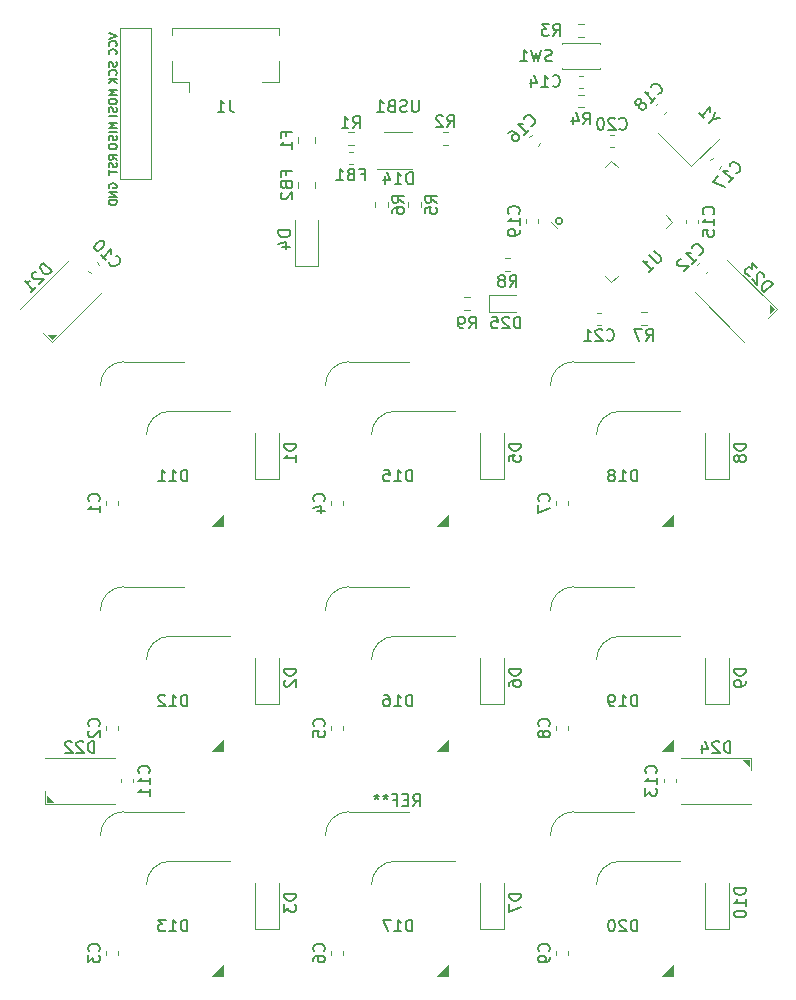
<source format=gbr>
%TF.GenerationSoftware,KiCad,Pcbnew,(5.1.9)-1*%
%TF.CreationDate,2021-04-22T22:31:28+01:00*%
%TF.ProjectId,ai03-macropad-pcb,61693033-2d6d-4616-9372-6f7061642d70,rev?*%
%TF.SameCoordinates,Original*%
%TF.FileFunction,Legend,Bot*%
%TF.FilePolarity,Positive*%
%FSLAX46Y46*%
G04 Gerber Fmt 4.6, Leading zero omitted, Abs format (unit mm)*
G04 Created by KiCad (PCBNEW (5.1.9)-1) date 2021-04-22 22:31:28*
%MOMM*%
%LPD*%
G01*
G04 APERTURE LIST*
%ADD10C,0.120000*%
%ADD11C,0.180000*%
%ADD12C,0.100000*%
%ADD13C,0.150000*%
%ADD14R,2.550000X2.500000*%
%ADD15C,1.750000*%
%ADD16C,3.987800*%
%ADD17R,1.600000X0.850000*%
%ADD18C,5.600000*%
%ADD19C,3.000000*%
%ADD20R,0.550000X1.500000*%
%ADD21R,1.700000X1.700000*%
%ADD22O,1.700000X1.700000*%
%ADD23R,1.200000X0.900000*%
%ADD24R,1.400000X1.000000*%
%ADD25R,1.400000X1.200000*%
%ADD26R,0.600000X1.450000*%
%ADD27R,0.300000X1.450000*%
%ADD28C,0.650000*%
%ADD29O,1.000000X2.100000*%
%ADD30O,1.000000X1.600000*%
G04 APERTURE END LIST*
D10*
%TO.C,MX2*%
X47361500Y-152875000D02*
X52461500Y-152875000D01*
X43461500Y-148675000D02*
X48561500Y-148675000D01*
X41461500Y-150675000D02*
G75*
G02*
X43461500Y-148675000I2000000J0D01*
G01*
X45361500Y-154875000D02*
G75*
G02*
X47361500Y-152875000I2000000J0D01*
G01*
%TO.C,U1*%
X84228098Y-122353409D02*
X84740750Y-122866061D01*
X84740750Y-122866061D02*
X85253402Y-122353409D01*
X85253402Y-113168091D02*
X84740750Y-112655439D01*
X84740750Y-112655439D02*
X84228098Y-113168091D01*
X89333409Y-117248098D02*
X89846061Y-117760750D01*
X89846061Y-117760750D02*
X89333409Y-118273402D01*
X80148091Y-118273402D02*
X79635439Y-117760750D01*
D11*
X80579504Y-117715849D02*
G75*
G03*
X80579504Y-117715849I-283981J0D01*
G01*
D12*
%TO.C,D24*%
G36*
X96393000Y-163830000D02*
G01*
X95885000Y-163322000D01*
X96393000Y-163322000D01*
X96393000Y-163830000D01*
G37*
X96393000Y-163830000D02*
X95885000Y-163322000D01*
X96393000Y-163322000D01*
X96393000Y-163830000D01*
D10*
X96549000Y-163150000D02*
X96549000Y-164225000D01*
X90649000Y-163150000D02*
X96549000Y-163150000D01*
X90649000Y-167050000D02*
X96549000Y-167050000D01*
D12*
%TO.C,D23*%
G36*
X98123682Y-125537631D02*
G01*
X98123682Y-124819210D01*
X98482892Y-125178420D01*
X98123682Y-125537631D01*
G37*
X98123682Y-125537631D02*
X98123682Y-124819210D01*
X98482892Y-125178420D01*
X98123682Y-125537631D01*
D10*
X98714823Y-125167107D02*
X97954683Y-125927247D01*
X94542893Y-120995177D02*
X98714823Y-125167107D01*
X91785177Y-123752893D02*
X95957107Y-127924823D01*
D12*
%TO.C,D21*%
G36*
X37022369Y-127333682D02*
G01*
X37740790Y-127333682D01*
X37381580Y-127692892D01*
X37022369Y-127333682D01*
G37*
X37022369Y-127333682D02*
X37740790Y-127333682D01*
X37381580Y-127692892D01*
X37022369Y-127333682D01*
D10*
X37392893Y-127924823D02*
X36632753Y-127164683D01*
X41564823Y-123752893D02*
X37392893Y-127924823D01*
X38807107Y-120995177D02*
X34635177Y-125167107D01*
D12*
%TO.C,D22*%
G36*
X36957000Y-166370000D02*
G01*
X37465000Y-166878000D01*
X36957000Y-166878000D01*
X36957000Y-166370000D01*
G37*
X36957000Y-166370000D02*
X37465000Y-166878000D01*
X36957000Y-166878000D01*
X36957000Y-166370000D01*
D10*
X36801000Y-167050000D02*
X36801000Y-165975000D01*
X42701000Y-167050000D02*
X36801000Y-167050000D01*
X42701000Y-163150000D02*
X36801000Y-163150000D01*
%TO.C,MX1*%
X47361500Y-133825000D02*
X52461500Y-133825000D01*
X43461500Y-129625000D02*
X48561500Y-129625000D01*
X41461500Y-131625000D02*
G75*
G02*
X43461500Y-129625000I2000000J0D01*
G01*
X45361500Y-135825000D02*
G75*
G02*
X47361500Y-133825000I2000000J0D01*
G01*
%TO.C,MX9*%
X85461500Y-171925000D02*
X90561500Y-171925000D01*
X81561500Y-167725000D02*
X86661500Y-167725000D01*
X79561500Y-169725000D02*
G75*
G02*
X81561500Y-167725000I2000000J0D01*
G01*
X83461500Y-173925000D02*
G75*
G02*
X85461500Y-171925000I2000000J0D01*
G01*
%TO.C,MX6*%
X66411500Y-171925000D02*
X71511500Y-171925000D01*
X62511500Y-167725000D02*
X67611500Y-167725000D01*
X60511500Y-169725000D02*
G75*
G02*
X62511500Y-167725000I2000000J0D01*
G01*
X64411500Y-173925000D02*
G75*
G02*
X66411500Y-171925000I2000000J0D01*
G01*
%TO.C,MX8*%
X85461500Y-152875000D02*
X90561500Y-152875000D01*
X81561500Y-148675000D02*
X86661500Y-148675000D01*
X79561500Y-150675000D02*
G75*
G02*
X81561500Y-148675000I2000000J0D01*
G01*
X83461500Y-154875000D02*
G75*
G02*
X85461500Y-152875000I2000000J0D01*
G01*
%TO.C,MX4*%
X66411500Y-133825000D02*
X71511500Y-133825000D01*
X62511500Y-129625000D02*
X67611500Y-129625000D01*
X60511500Y-131625000D02*
G75*
G02*
X62511500Y-129625000I2000000J0D01*
G01*
X64411500Y-135825000D02*
G75*
G02*
X66411500Y-133825000I2000000J0D01*
G01*
%TO.C,MX7*%
X85461500Y-133825000D02*
X90561500Y-133825000D01*
X81561500Y-129625000D02*
X86661500Y-129625000D01*
X79561500Y-131625000D02*
G75*
G02*
X81561500Y-129625000I2000000J0D01*
G01*
X83461500Y-135825000D02*
G75*
G02*
X85461500Y-133825000I2000000J0D01*
G01*
%TO.C,MX5*%
X66411500Y-152875000D02*
X71511500Y-152875000D01*
X62511500Y-148675000D02*
X67611500Y-148675000D01*
X60511500Y-150675000D02*
G75*
G02*
X62511500Y-148675000I2000000J0D01*
G01*
X64411500Y-154875000D02*
G75*
G02*
X66411500Y-152875000I2000000J0D01*
G01*
%TO.C,MX3*%
X47361500Y-171925000D02*
X52461500Y-171925000D01*
X43461500Y-167725000D02*
X48561500Y-167725000D01*
X41461500Y-169725000D02*
G75*
G02*
X43461500Y-167725000I2000000J0D01*
G01*
X45361500Y-173925000D02*
G75*
G02*
X47361500Y-171925000I2000000J0D01*
G01*
%TO.C,C14*%
X82028420Y-106428000D02*
X82309580Y-106428000D01*
X82028420Y-105408000D02*
X82309580Y-105408000D01*
%TO.C,SW1*%
X83789000Y-102639000D02*
X80549000Y-102639000D01*
X80549000Y-102639000D02*
X80549000Y-102739000D01*
X83789000Y-102639000D02*
X83789000Y-102739000D01*
X83789000Y-104879000D02*
X80549000Y-104879000D01*
X80549000Y-104779000D02*
X80549000Y-104879000D01*
X83789000Y-104779000D02*
X83789000Y-104879000D01*
%TO.C,J2*%
X43120000Y-114173000D02*
X45780000Y-114173000D01*
X43120000Y-101413000D02*
X43120000Y-114173000D01*
X45780000Y-101413000D02*
X43120000Y-101413000D01*
X45780000Y-114173000D02*
X45780000Y-101413000D01*
%TO.C,D25*%
X74334000Y-123979000D02*
X76619000Y-123979000D01*
X74334000Y-125449000D02*
X74334000Y-123979000D01*
X76619000Y-125449000D02*
X74334000Y-125449000D01*
%TO.C,R9*%
X72279742Y-124191500D02*
X72754258Y-124191500D01*
X72279742Y-125236500D02*
X72754258Y-125236500D01*
%TO.C,D4*%
X59928000Y-121503000D02*
X57928000Y-121503000D01*
X57928000Y-121503000D02*
X57928000Y-117603000D01*
X59928000Y-121503000D02*
X59928000Y-117603000D01*
%TO.C,C10*%
X40433970Y-121927219D02*
X40632781Y-122126030D01*
X41155219Y-121205970D02*
X41354030Y-121404781D01*
%TO.C,C21*%
X83552420Y-126494000D02*
X83833580Y-126494000D01*
X83552420Y-125474000D02*
X83833580Y-125474000D01*
%TO.C,R7*%
X87265742Y-126506500D02*
X87740258Y-126506500D01*
X87265742Y-125461500D02*
X87740258Y-125461500D01*
%TO.C,C15*%
X92077000Y-117914330D02*
X92077000Y-117633170D01*
X91057000Y-117914330D02*
X91057000Y-117633170D01*
%TO.C,J1*%
X56580000Y-101411000D02*
X56580000Y-101961000D01*
X47560000Y-101411000D02*
X56580000Y-101411000D01*
X47560000Y-101961000D02*
X47560000Y-101411000D01*
X56580000Y-105931000D02*
X55130000Y-105931000D01*
X56580000Y-104181000D02*
X56580000Y-105931000D01*
X49010000Y-105931000D02*
X49010000Y-106821000D01*
X47560000Y-105931000D02*
X49010000Y-105931000D01*
X47560000Y-104181000D02*
X47560000Y-105931000D01*
%TO.C,C12*%
X92717219Y-122126030D02*
X92916030Y-121927219D01*
X91995970Y-121404781D02*
X92194781Y-121205970D01*
%TO.C,D8*%
X94662500Y-139568750D02*
X92662500Y-139568750D01*
X92662500Y-139568750D02*
X92662500Y-135668750D01*
X94662500Y-139568750D02*
X94662500Y-135668750D01*
D12*
%TO.C,D11*%
G36*
X51825000Y-142604999D02*
G01*
X50925000Y-143504999D01*
X51825000Y-143504999D01*
X51825000Y-142604999D01*
G37*
X51825000Y-142604999D02*
X50925000Y-143504999D01*
X51825000Y-143504999D01*
X51825000Y-142604999D01*
D10*
%TO.C,F1*%
X59638000Y-111129578D02*
X59638000Y-110612422D01*
X58218000Y-111129578D02*
X58218000Y-110612422D01*
%TO.C,D14*%
X65475000Y-110210000D02*
X67875000Y-110210000D01*
X67875000Y-113310000D02*
X64925000Y-113310000D01*
D12*
%TO.C,D15*%
G36*
X70875000Y-142604999D02*
G01*
X69975000Y-143504999D01*
X70875000Y-143504999D01*
X70875000Y-142604999D01*
G37*
X70875000Y-142604999D02*
X69975000Y-143504999D01*
X70875000Y-143504999D01*
X70875000Y-142604999D01*
D10*
%TO.C,C7*%
X80008000Y-141464420D02*
X80008000Y-141745580D01*
X81028000Y-141464420D02*
X81028000Y-141745580D01*
%TO.C,C4*%
X60958000Y-141464420D02*
X60958000Y-141745580D01*
X61978000Y-141464420D02*
X61978000Y-141745580D01*
%TO.C,C1*%
X41908000Y-141464420D02*
X41908000Y-141745580D01*
X42928000Y-141464420D02*
X42928000Y-141745580D01*
D12*
%TO.C,D19*%
G36*
X89925000Y-161654999D02*
G01*
X89025000Y-162554999D01*
X89925000Y-162554999D01*
X89925000Y-161654999D01*
G37*
X89925000Y-161654999D02*
X89025000Y-162554999D01*
X89925000Y-162554999D01*
X89925000Y-161654999D01*
%TO.C,D16*%
G36*
X70875000Y-161654999D02*
G01*
X69975000Y-162554999D01*
X70875000Y-162554999D01*
X70875000Y-161654999D01*
G37*
X70875000Y-161654999D02*
X69975000Y-162554999D01*
X70875000Y-162554999D01*
X70875000Y-161654999D01*
%TO.C,D12*%
G36*
X51825000Y-161654999D02*
G01*
X50925000Y-162554999D01*
X51825000Y-162554999D01*
X51825000Y-161654999D01*
G37*
X51825000Y-161654999D02*
X50925000Y-162554999D01*
X51825000Y-162554999D01*
X51825000Y-161654999D01*
D10*
%TO.C,D3*%
X56562500Y-177668750D02*
X54562500Y-177668750D01*
X54562500Y-177668750D02*
X54562500Y-173768750D01*
X56562500Y-177668750D02*
X56562500Y-173768750D01*
%TO.C,Y1*%
X93844163Y-110755629D02*
X91510710Y-113089082D01*
X91510710Y-113089082D02*
X88682283Y-110260655D01*
%TO.C,R8*%
X75708742Y-121934500D02*
X76183258Y-121934500D01*
X75708742Y-120889500D02*
X76183258Y-120889500D01*
%TO.C,R6*%
X65800500Y-116569258D02*
X65800500Y-116094742D01*
X64755500Y-116569258D02*
X64755500Y-116094742D01*
%TO.C,R5*%
X68594500Y-116569258D02*
X68594500Y-116094742D01*
X67549500Y-116569258D02*
X67549500Y-116094742D01*
%TO.C,R4*%
X81931742Y-108091500D02*
X82406258Y-108091500D01*
X81931742Y-107046500D02*
X82406258Y-107046500D01*
%TO.C,R3*%
X81931742Y-102122500D02*
X82406258Y-102122500D01*
X81931742Y-101077500D02*
X82406258Y-101077500D01*
%TO.C,R2*%
X70913258Y-110221500D02*
X70438742Y-110221500D01*
X70913258Y-111266500D02*
X70438742Y-111266500D01*
%TO.C,R1*%
X62436742Y-111266500D02*
X62911258Y-111266500D01*
X62436742Y-110221500D02*
X62911258Y-110221500D01*
%TO.C,FB2*%
X59638000Y-114939578D02*
X59638000Y-114422422D01*
X58218000Y-114939578D02*
X58218000Y-114422422D01*
%TO.C,FB1*%
X62511221Y-112905000D02*
X62836779Y-112905000D01*
X62511221Y-111885000D02*
X62836779Y-111885000D01*
D12*
%TO.C,D20*%
G36*
X89925000Y-180704999D02*
G01*
X89025000Y-181604999D01*
X89925000Y-181604999D01*
X89925000Y-180704999D01*
G37*
X89925000Y-180704999D02*
X89025000Y-181604999D01*
X89925000Y-181604999D01*
X89925000Y-180704999D01*
%TO.C,D18*%
G36*
X89925000Y-142604999D02*
G01*
X89025000Y-143504999D01*
X89925000Y-143504999D01*
X89925000Y-142604999D01*
G37*
X89925000Y-142604999D02*
X89025000Y-143504999D01*
X89925000Y-143504999D01*
X89925000Y-142604999D01*
%TO.C,D17*%
G36*
X70875000Y-180704999D02*
G01*
X69975000Y-181604999D01*
X70875000Y-181604999D01*
X70875000Y-180704999D01*
G37*
X70875000Y-180704999D02*
X69975000Y-181604999D01*
X70875000Y-181604999D01*
X70875000Y-180704999D01*
%TO.C,D13*%
G36*
X51825000Y-180704999D02*
G01*
X50925000Y-181604999D01*
X51825000Y-181604999D01*
X51825000Y-180704999D01*
G37*
X51825000Y-180704999D02*
X50925000Y-181604999D01*
X51825000Y-181604999D01*
X51825000Y-180704999D01*
D10*
%TO.C,D10*%
X94662500Y-177668750D02*
X92662500Y-177668750D01*
X92662500Y-177668750D02*
X92662500Y-173768750D01*
X94662500Y-177668750D02*
X94662500Y-173768750D01*
%TO.C,D9*%
X94662500Y-158618750D02*
X92662500Y-158618750D01*
X92662500Y-158618750D02*
X92662500Y-154718750D01*
X94662500Y-158618750D02*
X94662500Y-154718750D01*
%TO.C,D7*%
X75612500Y-177668750D02*
X73612500Y-177668750D01*
X73612500Y-177668750D02*
X73612500Y-173768750D01*
X75612500Y-177668750D02*
X75612500Y-173768750D01*
%TO.C,D6*%
X75612500Y-158618750D02*
X73612500Y-158618750D01*
X73612500Y-158618750D02*
X73612500Y-154718750D01*
X75612500Y-158618750D02*
X75612500Y-154718750D01*
%TO.C,D5*%
X75612500Y-139568750D02*
X73612500Y-139568750D01*
X73612500Y-139568750D02*
X73612500Y-135668750D01*
X75612500Y-139568750D02*
X75612500Y-135668750D01*
%TO.C,D2*%
X56562500Y-158618750D02*
X54562500Y-158618750D01*
X54562500Y-158618750D02*
X54562500Y-154718750D01*
X56562500Y-158618750D02*
X56562500Y-154718750D01*
%TO.C,D1*%
X56562500Y-139568750D02*
X54562500Y-139568750D01*
X54562500Y-139568750D02*
X54562500Y-135668750D01*
X56562500Y-139568750D02*
X56562500Y-135668750D01*
%TO.C,C20*%
X84913080Y-110456250D02*
X84631920Y-110456250D01*
X84913080Y-111476250D02*
X84631920Y-111476250D01*
%TO.C,C19*%
X78488000Y-117869580D02*
X78488000Y-117588420D01*
X77468000Y-117869580D02*
X77468000Y-117588420D01*
%TO.C,C18*%
X89201227Y-108624022D02*
X89400038Y-108425211D01*
X88479978Y-107902773D02*
X88678789Y-107703962D01*
%TO.C,C17*%
X93297773Y-112355978D02*
X93098962Y-112554789D01*
X94019022Y-113077227D02*
X93820211Y-113276038D01*
%TO.C,C16*%
X77970781Y-110410970D02*
X77771970Y-110609781D01*
X78692030Y-111132219D02*
X78493219Y-111331030D01*
%TO.C,C13*%
X90172000Y-165240580D02*
X90172000Y-164959420D01*
X89152000Y-165240580D02*
X89152000Y-164959420D01*
%TO.C,C11*%
X43178000Y-164959420D02*
X43178000Y-165240580D01*
X44198000Y-164959420D02*
X44198000Y-165240580D01*
%TO.C,C9*%
X80008000Y-179564420D02*
X80008000Y-179845580D01*
X81028000Y-179564420D02*
X81028000Y-179845580D01*
%TO.C,C8*%
X80008000Y-160514420D02*
X80008000Y-160795580D01*
X81028000Y-160514420D02*
X81028000Y-160795580D01*
%TO.C,C6*%
X60958000Y-179564420D02*
X60958000Y-179845580D01*
X61978000Y-179564420D02*
X61978000Y-179845580D01*
%TO.C,C5*%
X60958000Y-160514420D02*
X60958000Y-160795580D01*
X61978000Y-160514420D02*
X61978000Y-160795580D01*
%TO.C,C3*%
X41908000Y-179564420D02*
X41908000Y-179845580D01*
X42928000Y-179564420D02*
X42928000Y-179845580D01*
%TO.C,C2*%
X41908000Y-160514420D02*
X41908000Y-160795580D01*
X42928000Y-160514420D02*
X42928000Y-160795580D01*
%TO.C,U1*%
D13*
X88353022Y-120232026D02*
X88925442Y-120804446D01*
X88959114Y-120905461D01*
X88959114Y-120972805D01*
X88925442Y-121073820D01*
X88790755Y-121208507D01*
X88689740Y-121242179D01*
X88622396Y-121242179D01*
X88521381Y-121208507D01*
X87948961Y-120636087D01*
X87948961Y-122050301D02*
X88353022Y-121646240D01*
X88150992Y-121848270D02*
X87443885Y-121141164D01*
X87612244Y-121174835D01*
X87746931Y-121174835D01*
X87847946Y-121141164D01*
%TO.C,D24*%
X94813285Y-162758380D02*
X94813285Y-161758380D01*
X94575190Y-161758380D01*
X94432333Y-161806000D01*
X94337095Y-161901238D01*
X94289476Y-161996476D01*
X94241857Y-162186952D01*
X94241857Y-162329809D01*
X94289476Y-162520285D01*
X94337095Y-162615523D01*
X94432333Y-162710761D01*
X94575190Y-162758380D01*
X94813285Y-162758380D01*
X93860904Y-161853619D02*
X93813285Y-161806000D01*
X93718047Y-161758380D01*
X93479952Y-161758380D01*
X93384714Y-161806000D01*
X93337095Y-161853619D01*
X93289476Y-161948857D01*
X93289476Y-162044095D01*
X93337095Y-162186952D01*
X93908523Y-162758380D01*
X93289476Y-162758380D01*
X92432333Y-162091714D02*
X92432333Y-162758380D01*
X92670428Y-161710761D02*
X92908523Y-162425047D01*
X92289476Y-162425047D01*
%TO.C,D23*%
X97693748Y-123733511D02*
X98400854Y-123026404D01*
X98232496Y-122858045D01*
X98097809Y-122790702D01*
X97963122Y-122790702D01*
X97862106Y-122824374D01*
X97693748Y-122925389D01*
X97592732Y-123026404D01*
X97491717Y-123194763D01*
X97458045Y-123295778D01*
X97458045Y-123430465D01*
X97525389Y-123565152D01*
X97693748Y-123733511D01*
X97660076Y-122420312D02*
X97660076Y-122352969D01*
X97626404Y-122251954D01*
X97458045Y-122083595D01*
X97357030Y-122049923D01*
X97289687Y-122049923D01*
X97188671Y-122083595D01*
X97121328Y-122150938D01*
X97053984Y-122285625D01*
X97053984Y-123093748D01*
X96616251Y-122656015D01*
X97087656Y-121713206D02*
X96649923Y-121275473D01*
X96616251Y-121780549D01*
X96515236Y-121679534D01*
X96414221Y-121645862D01*
X96346877Y-121645862D01*
X96245862Y-121679534D01*
X96077503Y-121847893D01*
X96043832Y-121948908D01*
X96043832Y-122016251D01*
X96077503Y-122117267D01*
X96279534Y-122319297D01*
X96380549Y-122352969D01*
X96447893Y-122352969D01*
%TO.C,D21*%
X37333967Y-121976707D02*
X36626860Y-121269601D01*
X36458501Y-121437959D01*
X36391158Y-121572646D01*
X36391158Y-121707333D01*
X36424830Y-121808349D01*
X36525845Y-121976707D01*
X36626860Y-122077723D01*
X36795219Y-122178738D01*
X36896234Y-122212410D01*
X37030921Y-122212410D01*
X37165608Y-122145066D01*
X37333967Y-121976707D01*
X36020768Y-122010379D02*
X35953425Y-122010379D01*
X35852410Y-122044051D01*
X35684051Y-122212410D01*
X35650379Y-122313425D01*
X35650379Y-122380768D01*
X35684051Y-122481784D01*
X35751394Y-122549127D01*
X35886081Y-122616471D01*
X36694204Y-122616471D01*
X36256471Y-123054204D01*
X35583036Y-123727639D02*
X35987097Y-123323578D01*
X35785066Y-123525608D02*
X35077959Y-122818501D01*
X35246318Y-122852173D01*
X35381005Y-122852173D01*
X35482020Y-122818501D01*
%TO.C,D22*%
X40965285Y-162758380D02*
X40965285Y-161758380D01*
X40727190Y-161758380D01*
X40584333Y-161806000D01*
X40489095Y-161901238D01*
X40441476Y-161996476D01*
X40393857Y-162186952D01*
X40393857Y-162329809D01*
X40441476Y-162520285D01*
X40489095Y-162615523D01*
X40584333Y-162710761D01*
X40727190Y-162758380D01*
X40965285Y-162758380D01*
X40012904Y-161853619D02*
X39965285Y-161806000D01*
X39870047Y-161758380D01*
X39631952Y-161758380D01*
X39536714Y-161806000D01*
X39489095Y-161853619D01*
X39441476Y-161948857D01*
X39441476Y-162044095D01*
X39489095Y-162186952D01*
X40060523Y-162758380D01*
X39441476Y-162758380D01*
X39060523Y-161853619D02*
X39012904Y-161806000D01*
X38917666Y-161758380D01*
X38679571Y-161758380D01*
X38584333Y-161806000D01*
X38536714Y-161853619D01*
X38489095Y-161948857D01*
X38489095Y-162044095D01*
X38536714Y-162186952D01*
X39108142Y-162758380D01*
X38489095Y-162758380D01*
%TO.C,MX6*%
X67944833Y-167266880D02*
X68278166Y-166790690D01*
X68516261Y-167266880D02*
X68516261Y-166266880D01*
X68135309Y-166266880D01*
X68040071Y-166314500D01*
X67992452Y-166362119D01*
X67944833Y-166457357D01*
X67944833Y-166600214D01*
X67992452Y-166695452D01*
X68040071Y-166743071D01*
X68135309Y-166790690D01*
X68516261Y-166790690D01*
X67516261Y-166743071D02*
X67182928Y-166743071D01*
X67040071Y-167266880D02*
X67516261Y-167266880D01*
X67516261Y-166266880D01*
X67040071Y-166266880D01*
X66278166Y-166743071D02*
X66611500Y-166743071D01*
X66611500Y-167266880D02*
X66611500Y-166266880D01*
X66135309Y-166266880D01*
X65611500Y-166266880D02*
X65611500Y-166504976D01*
X65849595Y-166409738D02*
X65611500Y-166504976D01*
X65373404Y-166409738D01*
X65754357Y-166695452D02*
X65611500Y-166504976D01*
X65468642Y-166695452D01*
X64849595Y-166266880D02*
X64849595Y-166504976D01*
X65087690Y-166409738D02*
X64849595Y-166504976D01*
X64611500Y-166409738D01*
X64992452Y-166695452D02*
X64849595Y-166504976D01*
X64706738Y-166695452D01*
%TO.C,C14*%
X79763857Y-106275142D02*
X79811476Y-106322761D01*
X79954333Y-106370380D01*
X80049571Y-106370380D01*
X80192428Y-106322761D01*
X80287666Y-106227523D01*
X80335285Y-106132285D01*
X80382904Y-105941809D01*
X80382904Y-105798952D01*
X80335285Y-105608476D01*
X80287666Y-105513238D01*
X80192428Y-105418000D01*
X80049571Y-105370380D01*
X79954333Y-105370380D01*
X79811476Y-105418000D01*
X79763857Y-105465619D01*
X78811476Y-106370380D02*
X79382904Y-106370380D01*
X79097190Y-106370380D02*
X79097190Y-105370380D01*
X79192428Y-105513238D01*
X79287666Y-105608476D01*
X79382904Y-105656095D01*
X77954333Y-105703714D02*
X77954333Y-106370380D01*
X78192428Y-105322761D02*
X78430523Y-106037047D01*
X77811476Y-106037047D01*
%TO.C,SW1*%
X79692333Y-104163761D02*
X79549476Y-104211380D01*
X79311380Y-104211380D01*
X79216142Y-104163761D01*
X79168523Y-104116142D01*
X79120904Y-104020904D01*
X79120904Y-103925666D01*
X79168523Y-103830428D01*
X79216142Y-103782809D01*
X79311380Y-103735190D01*
X79501857Y-103687571D01*
X79597095Y-103639952D01*
X79644714Y-103592333D01*
X79692333Y-103497095D01*
X79692333Y-103401857D01*
X79644714Y-103306619D01*
X79597095Y-103259000D01*
X79501857Y-103211380D01*
X79263761Y-103211380D01*
X79120904Y-103259000D01*
X78787571Y-103211380D02*
X78549476Y-104211380D01*
X78359000Y-103497095D01*
X78168523Y-104211380D01*
X77930428Y-103211380D01*
X77025666Y-104211380D02*
X77597095Y-104211380D01*
X77311380Y-104211380D02*
X77311380Y-103211380D01*
X77406619Y-103354238D01*
X77501857Y-103449476D01*
X77597095Y-103497095D01*
%TO.C,J2*%
X42861666Y-106596000D02*
X42161666Y-106596000D01*
X42661666Y-106829333D01*
X42161666Y-107062666D01*
X42861666Y-107062666D01*
X42161666Y-107529333D02*
X42161666Y-107662666D01*
X42195000Y-107729333D01*
X42261666Y-107796000D01*
X42395000Y-107829333D01*
X42628333Y-107829333D01*
X42761666Y-107796000D01*
X42828333Y-107729333D01*
X42861666Y-107662666D01*
X42861666Y-107529333D01*
X42828333Y-107462666D01*
X42761666Y-107396000D01*
X42628333Y-107362666D01*
X42395000Y-107362666D01*
X42261666Y-107396000D01*
X42195000Y-107462666D01*
X42161666Y-107529333D01*
X42828333Y-108096000D02*
X42861666Y-108196000D01*
X42861666Y-108362666D01*
X42828333Y-108429333D01*
X42795000Y-108462666D01*
X42728333Y-108496000D01*
X42661666Y-108496000D01*
X42595000Y-108462666D01*
X42561666Y-108429333D01*
X42528333Y-108362666D01*
X42495000Y-108229333D01*
X42461666Y-108162666D01*
X42428333Y-108129333D01*
X42361666Y-108096000D01*
X42295000Y-108096000D01*
X42228333Y-108129333D01*
X42195000Y-108162666D01*
X42161666Y-108229333D01*
X42161666Y-108396000D01*
X42195000Y-108496000D01*
X42861666Y-108796000D02*
X42161666Y-108796000D01*
X42828333Y-104256000D02*
X42861666Y-104356000D01*
X42861666Y-104522666D01*
X42828333Y-104589333D01*
X42795000Y-104622666D01*
X42728333Y-104656000D01*
X42661666Y-104656000D01*
X42595000Y-104622666D01*
X42561666Y-104589333D01*
X42528333Y-104522666D01*
X42495000Y-104389333D01*
X42461666Y-104322666D01*
X42428333Y-104289333D01*
X42361666Y-104256000D01*
X42295000Y-104256000D01*
X42228333Y-104289333D01*
X42195000Y-104322666D01*
X42161666Y-104389333D01*
X42161666Y-104556000D01*
X42195000Y-104656000D01*
X42795000Y-105356000D02*
X42828333Y-105322666D01*
X42861666Y-105222666D01*
X42861666Y-105156000D01*
X42828333Y-105056000D01*
X42761666Y-104989333D01*
X42695000Y-104956000D01*
X42561666Y-104922666D01*
X42461666Y-104922666D01*
X42328333Y-104956000D01*
X42261666Y-104989333D01*
X42195000Y-105056000D01*
X42161666Y-105156000D01*
X42161666Y-105222666D01*
X42195000Y-105322666D01*
X42228333Y-105356000D01*
X42861666Y-105656000D02*
X42161666Y-105656000D01*
X42861666Y-106056000D02*
X42461666Y-105756000D01*
X42161666Y-106056000D02*
X42561666Y-105656000D01*
X42861666Y-109390000D02*
X42161666Y-109390000D01*
X42661666Y-109623333D01*
X42161666Y-109856666D01*
X42861666Y-109856666D01*
X42861666Y-110190000D02*
X42161666Y-110190000D01*
X42828333Y-110490000D02*
X42861666Y-110590000D01*
X42861666Y-110756666D01*
X42828333Y-110823333D01*
X42795000Y-110856666D01*
X42728333Y-110890000D01*
X42661666Y-110890000D01*
X42595000Y-110856666D01*
X42561666Y-110823333D01*
X42528333Y-110756666D01*
X42495000Y-110623333D01*
X42461666Y-110556666D01*
X42428333Y-110523333D01*
X42361666Y-110490000D01*
X42295000Y-110490000D01*
X42228333Y-110523333D01*
X42195000Y-110556666D01*
X42161666Y-110623333D01*
X42161666Y-110790000D01*
X42195000Y-110890000D01*
X42161666Y-111323333D02*
X42161666Y-111456666D01*
X42195000Y-111523333D01*
X42261666Y-111590000D01*
X42395000Y-111623333D01*
X42628333Y-111623333D01*
X42761666Y-111590000D01*
X42828333Y-111523333D01*
X42861666Y-111456666D01*
X42861666Y-111323333D01*
X42828333Y-111256666D01*
X42761666Y-111190000D01*
X42628333Y-111156666D01*
X42395000Y-111156666D01*
X42261666Y-111190000D01*
X42195000Y-111256666D01*
X42161666Y-111323333D01*
X42861666Y-112519666D02*
X42528333Y-112286333D01*
X42861666Y-112119666D02*
X42161666Y-112119666D01*
X42161666Y-112386333D01*
X42195000Y-112453000D01*
X42228333Y-112486333D01*
X42295000Y-112519666D01*
X42395000Y-112519666D01*
X42461666Y-112486333D01*
X42495000Y-112453000D01*
X42528333Y-112386333D01*
X42528333Y-112119666D01*
X42828333Y-112786333D02*
X42861666Y-112886333D01*
X42861666Y-113053000D01*
X42828333Y-113119666D01*
X42795000Y-113153000D01*
X42728333Y-113186333D01*
X42661666Y-113186333D01*
X42595000Y-113153000D01*
X42561666Y-113119666D01*
X42528333Y-113053000D01*
X42495000Y-112919666D01*
X42461666Y-112853000D01*
X42428333Y-112819666D01*
X42361666Y-112786333D01*
X42295000Y-112786333D01*
X42228333Y-112819666D01*
X42195000Y-112853000D01*
X42161666Y-112919666D01*
X42161666Y-113086333D01*
X42195000Y-113186333D01*
X42161666Y-113386333D02*
X42161666Y-113786333D01*
X42861666Y-113586333D02*
X42161666Y-113586333D01*
X42195000Y-114909666D02*
X42161666Y-114843000D01*
X42161666Y-114743000D01*
X42195000Y-114643000D01*
X42261666Y-114576333D01*
X42328333Y-114543000D01*
X42461666Y-114509666D01*
X42561666Y-114509666D01*
X42695000Y-114543000D01*
X42761666Y-114576333D01*
X42828333Y-114643000D01*
X42861666Y-114743000D01*
X42861666Y-114809666D01*
X42828333Y-114909666D01*
X42795000Y-114943000D01*
X42561666Y-114943000D01*
X42561666Y-114809666D01*
X42861666Y-115243000D02*
X42161666Y-115243000D01*
X42861666Y-115643000D01*
X42161666Y-115643000D01*
X42861666Y-115976333D02*
X42161666Y-115976333D01*
X42161666Y-116143000D01*
X42195000Y-116243000D01*
X42261666Y-116309666D01*
X42328333Y-116343000D01*
X42461666Y-116376333D01*
X42561666Y-116376333D01*
X42695000Y-116343000D01*
X42761666Y-116309666D01*
X42828333Y-116243000D01*
X42861666Y-116143000D01*
X42861666Y-115976333D01*
X42161666Y-101809666D02*
X42861666Y-102043000D01*
X42161666Y-102276333D01*
X42795000Y-102909666D02*
X42828333Y-102876333D01*
X42861666Y-102776333D01*
X42861666Y-102709666D01*
X42828333Y-102609666D01*
X42761666Y-102543000D01*
X42695000Y-102509666D01*
X42561666Y-102476333D01*
X42461666Y-102476333D01*
X42328333Y-102509666D01*
X42261666Y-102543000D01*
X42195000Y-102609666D01*
X42161666Y-102709666D01*
X42161666Y-102776333D01*
X42195000Y-102876333D01*
X42228333Y-102909666D01*
X42795000Y-103609666D02*
X42828333Y-103576333D01*
X42861666Y-103476333D01*
X42861666Y-103409666D01*
X42828333Y-103309666D01*
X42761666Y-103243000D01*
X42695000Y-103209666D01*
X42561666Y-103176333D01*
X42461666Y-103176333D01*
X42328333Y-103209666D01*
X42261666Y-103243000D01*
X42195000Y-103309666D01*
X42161666Y-103409666D01*
X42161666Y-103476333D01*
X42195000Y-103576333D01*
X42228333Y-103609666D01*
%TO.C,D25*%
X77033285Y-126817380D02*
X77033285Y-125817380D01*
X76795190Y-125817380D01*
X76652333Y-125865000D01*
X76557095Y-125960238D01*
X76509476Y-126055476D01*
X76461857Y-126245952D01*
X76461857Y-126388809D01*
X76509476Y-126579285D01*
X76557095Y-126674523D01*
X76652333Y-126769761D01*
X76795190Y-126817380D01*
X77033285Y-126817380D01*
X76080904Y-125912619D02*
X76033285Y-125865000D01*
X75938047Y-125817380D01*
X75699952Y-125817380D01*
X75604714Y-125865000D01*
X75557095Y-125912619D01*
X75509476Y-126007857D01*
X75509476Y-126103095D01*
X75557095Y-126245952D01*
X76128523Y-126817380D01*
X75509476Y-126817380D01*
X74604714Y-125817380D02*
X75080904Y-125817380D01*
X75128523Y-126293571D01*
X75080904Y-126245952D01*
X74985666Y-126198333D01*
X74747571Y-126198333D01*
X74652333Y-126245952D01*
X74604714Y-126293571D01*
X74557095Y-126388809D01*
X74557095Y-126626904D01*
X74604714Y-126722142D01*
X74652333Y-126769761D01*
X74747571Y-126817380D01*
X74985666Y-126817380D01*
X75080904Y-126769761D01*
X75128523Y-126722142D01*
%TO.C,R9*%
X72683666Y-126817380D02*
X73017000Y-126341190D01*
X73255095Y-126817380D02*
X73255095Y-125817380D01*
X72874142Y-125817380D01*
X72778904Y-125865000D01*
X72731285Y-125912619D01*
X72683666Y-126007857D01*
X72683666Y-126150714D01*
X72731285Y-126245952D01*
X72778904Y-126293571D01*
X72874142Y-126341190D01*
X73255095Y-126341190D01*
X72207476Y-126817380D02*
X72017000Y-126817380D01*
X71921761Y-126769761D01*
X71874142Y-126722142D01*
X71778904Y-126579285D01*
X71731285Y-126388809D01*
X71731285Y-126007857D01*
X71778904Y-125912619D01*
X71826523Y-125865000D01*
X71921761Y-125817380D01*
X72112238Y-125817380D01*
X72207476Y-125865000D01*
X72255095Y-125912619D01*
X72302714Y-126007857D01*
X72302714Y-126245952D01*
X72255095Y-126341190D01*
X72207476Y-126388809D01*
X72112238Y-126436428D01*
X71921761Y-126436428D01*
X71826523Y-126388809D01*
X71778904Y-126341190D01*
X71731285Y-126245952D01*
%TO.C,D4*%
X57538880Y-118514904D02*
X56538880Y-118514904D01*
X56538880Y-118753000D01*
X56586500Y-118895857D01*
X56681738Y-118991095D01*
X56776976Y-119038714D01*
X56967452Y-119086333D01*
X57110309Y-119086333D01*
X57300785Y-119038714D01*
X57396023Y-118991095D01*
X57491261Y-118895857D01*
X57538880Y-118753000D01*
X57538880Y-118514904D01*
X56872214Y-119943476D02*
X57538880Y-119943476D01*
X56491261Y-119705380D02*
X57205547Y-119467285D01*
X57205547Y-120086333D01*
%TO.C,C10*%
X42239030Y-121230106D02*
X42239030Y-121297450D01*
X42306374Y-121432137D01*
X42373717Y-121499480D01*
X42508404Y-121566824D01*
X42643091Y-121566824D01*
X42744106Y-121533152D01*
X42912465Y-121432137D01*
X43013480Y-121331122D01*
X43114496Y-121162763D01*
X43148167Y-121061748D01*
X43148167Y-120927061D01*
X43080824Y-120792374D01*
X43013480Y-120725030D01*
X42878793Y-120657687D01*
X42811450Y-120657687D01*
X41498251Y-120624015D02*
X41902312Y-121028076D01*
X41700282Y-120826045D02*
X42407389Y-120118938D01*
X42373717Y-120287297D01*
X42373717Y-120421984D01*
X42407389Y-120523000D01*
X41767625Y-119479175D02*
X41700282Y-119411832D01*
X41599267Y-119378160D01*
X41531923Y-119378160D01*
X41430908Y-119411832D01*
X41262549Y-119512847D01*
X41094190Y-119681206D01*
X40993175Y-119849564D01*
X40959503Y-119950580D01*
X40959503Y-120017923D01*
X40993175Y-120118938D01*
X41060519Y-120186282D01*
X41161534Y-120219954D01*
X41228877Y-120219954D01*
X41329893Y-120186282D01*
X41498251Y-120085267D01*
X41666610Y-119916908D01*
X41767625Y-119748549D01*
X41801297Y-119647534D01*
X41801297Y-119580190D01*
X41767625Y-119479175D01*
%TO.C,C21*%
X84335857Y-127771142D02*
X84383476Y-127818761D01*
X84526333Y-127866380D01*
X84621571Y-127866380D01*
X84764428Y-127818761D01*
X84859666Y-127723523D01*
X84907285Y-127628285D01*
X84954904Y-127437809D01*
X84954904Y-127294952D01*
X84907285Y-127104476D01*
X84859666Y-127009238D01*
X84764428Y-126914000D01*
X84621571Y-126866380D01*
X84526333Y-126866380D01*
X84383476Y-126914000D01*
X84335857Y-126961619D01*
X83954904Y-126961619D02*
X83907285Y-126914000D01*
X83812047Y-126866380D01*
X83573952Y-126866380D01*
X83478714Y-126914000D01*
X83431095Y-126961619D01*
X83383476Y-127056857D01*
X83383476Y-127152095D01*
X83431095Y-127294952D01*
X84002523Y-127866380D01*
X83383476Y-127866380D01*
X82431095Y-127866380D02*
X83002523Y-127866380D01*
X82716809Y-127866380D02*
X82716809Y-126866380D01*
X82812047Y-127009238D01*
X82907285Y-127104476D01*
X83002523Y-127152095D01*
%TO.C,R7*%
X87669666Y-127866380D02*
X88003000Y-127390190D01*
X88241095Y-127866380D02*
X88241095Y-126866380D01*
X87860142Y-126866380D01*
X87764904Y-126914000D01*
X87717285Y-126961619D01*
X87669666Y-127056857D01*
X87669666Y-127199714D01*
X87717285Y-127294952D01*
X87764904Y-127342571D01*
X87860142Y-127390190D01*
X88241095Y-127390190D01*
X87336333Y-126866380D02*
X86669666Y-126866380D01*
X87098238Y-127866380D01*
%TO.C,C15*%
X93354142Y-117130892D02*
X93401761Y-117083273D01*
X93449380Y-116940416D01*
X93449380Y-116845178D01*
X93401761Y-116702321D01*
X93306523Y-116607083D01*
X93211285Y-116559464D01*
X93020809Y-116511845D01*
X92877952Y-116511845D01*
X92687476Y-116559464D01*
X92592238Y-116607083D01*
X92497000Y-116702321D01*
X92449380Y-116845178D01*
X92449380Y-116940416D01*
X92497000Y-117083273D01*
X92544619Y-117130892D01*
X93449380Y-118083273D02*
X93449380Y-117511845D01*
X93449380Y-117797559D02*
X92449380Y-117797559D01*
X92592238Y-117702321D01*
X92687476Y-117607083D01*
X92735095Y-117511845D01*
X92449380Y-118988035D02*
X92449380Y-118511845D01*
X92925571Y-118464226D01*
X92877952Y-118511845D01*
X92830333Y-118607083D01*
X92830333Y-118845178D01*
X92877952Y-118940416D01*
X92925571Y-118988035D01*
X93020809Y-119035654D01*
X93258904Y-119035654D01*
X93354142Y-118988035D01*
X93401761Y-118940416D01*
X93449380Y-118845178D01*
X93449380Y-118607083D01*
X93401761Y-118511845D01*
X93354142Y-118464226D01*
%TO.C,J1*%
X52403333Y-107473380D02*
X52403333Y-108187666D01*
X52450952Y-108330523D01*
X52546190Y-108425761D01*
X52689047Y-108473380D01*
X52784285Y-108473380D01*
X51403333Y-108473380D02*
X51974761Y-108473380D01*
X51689047Y-108473380D02*
X51689047Y-107473380D01*
X51784285Y-107616238D01*
X51879523Y-107711476D01*
X51974761Y-107759095D01*
%TO.C,C12*%
X92147106Y-120574970D02*
X92214450Y-120574970D01*
X92349137Y-120507626D01*
X92416480Y-120440283D01*
X92483824Y-120305596D01*
X92483824Y-120170909D01*
X92450152Y-120069894D01*
X92349137Y-119901535D01*
X92248122Y-119800520D01*
X92079763Y-119699504D01*
X91978748Y-119665833D01*
X91844061Y-119665833D01*
X91709374Y-119733176D01*
X91642030Y-119800520D01*
X91574687Y-119935207D01*
X91574687Y-120002550D01*
X91541015Y-121315749D02*
X91945076Y-120911688D01*
X91743045Y-121113718D02*
X91035938Y-120406611D01*
X91204297Y-120440283D01*
X91338984Y-120440283D01*
X91440000Y-120406611D01*
X90631877Y-120945359D02*
X90564534Y-120945359D01*
X90463519Y-120979031D01*
X90295160Y-121147390D01*
X90261488Y-121248405D01*
X90261488Y-121315749D01*
X90295160Y-121416764D01*
X90362503Y-121484107D01*
X90497190Y-121551451D01*
X91305312Y-121551451D01*
X90867580Y-121989184D01*
%TO.C,D8*%
X96114880Y-136580654D02*
X95114880Y-136580654D01*
X95114880Y-136818750D01*
X95162500Y-136961607D01*
X95257738Y-137056845D01*
X95352976Y-137104464D01*
X95543452Y-137152083D01*
X95686309Y-137152083D01*
X95876785Y-137104464D01*
X95972023Y-137056845D01*
X96067261Y-136961607D01*
X96114880Y-136818750D01*
X96114880Y-136580654D01*
X95543452Y-137723511D02*
X95495833Y-137628273D01*
X95448214Y-137580654D01*
X95352976Y-137533035D01*
X95305357Y-137533035D01*
X95210119Y-137580654D01*
X95162500Y-137628273D01*
X95114880Y-137723511D01*
X95114880Y-137913988D01*
X95162500Y-138009226D01*
X95210119Y-138056845D01*
X95305357Y-138104464D01*
X95352976Y-138104464D01*
X95448214Y-138056845D01*
X95495833Y-138009226D01*
X95543452Y-137913988D01*
X95543452Y-137723511D01*
X95591071Y-137628273D01*
X95638690Y-137580654D01*
X95733928Y-137533035D01*
X95924404Y-137533035D01*
X96019642Y-137580654D01*
X96067261Y-137628273D01*
X96114880Y-137723511D01*
X96114880Y-137913988D01*
X96067261Y-138009226D01*
X96019642Y-138056845D01*
X95924404Y-138104464D01*
X95733928Y-138104464D01*
X95638690Y-138056845D01*
X95591071Y-138009226D01*
X95543452Y-137913988D01*
%TO.C,D11*%
X48839285Y-139771380D02*
X48839285Y-138771380D01*
X48601190Y-138771380D01*
X48458333Y-138819000D01*
X48363095Y-138914238D01*
X48315476Y-139009476D01*
X48267857Y-139199952D01*
X48267857Y-139342809D01*
X48315476Y-139533285D01*
X48363095Y-139628523D01*
X48458333Y-139723761D01*
X48601190Y-139771380D01*
X48839285Y-139771380D01*
X47315476Y-139771380D02*
X47886904Y-139771380D01*
X47601190Y-139771380D02*
X47601190Y-138771380D01*
X47696428Y-138914238D01*
X47791666Y-139009476D01*
X47886904Y-139057095D01*
X46363095Y-139771380D02*
X46934523Y-139771380D01*
X46648809Y-139771380D02*
X46648809Y-138771380D01*
X46744047Y-138914238D01*
X46839285Y-139009476D01*
X46934523Y-139057095D01*
%TO.C,F1*%
X57205571Y-110537666D02*
X57205571Y-110204333D01*
X57729380Y-110204333D02*
X56729380Y-110204333D01*
X56729380Y-110680523D01*
X57729380Y-111585285D02*
X57729380Y-111013857D01*
X57729380Y-111299571D02*
X56729380Y-111299571D01*
X56872238Y-111204333D01*
X56967476Y-111109095D01*
X57015095Y-111013857D01*
%TO.C,D14*%
X67909285Y-114592380D02*
X67909285Y-113592380D01*
X67671190Y-113592380D01*
X67528333Y-113640000D01*
X67433095Y-113735238D01*
X67385476Y-113830476D01*
X67337857Y-114020952D01*
X67337857Y-114163809D01*
X67385476Y-114354285D01*
X67433095Y-114449523D01*
X67528333Y-114544761D01*
X67671190Y-114592380D01*
X67909285Y-114592380D01*
X66385476Y-114592380D02*
X66956904Y-114592380D01*
X66671190Y-114592380D02*
X66671190Y-113592380D01*
X66766428Y-113735238D01*
X66861666Y-113830476D01*
X66956904Y-113878095D01*
X65528333Y-113925714D02*
X65528333Y-114592380D01*
X65766428Y-113544761D02*
X66004523Y-114259047D01*
X65385476Y-114259047D01*
%TO.C,USB1*%
X68413095Y-107476630D02*
X68413095Y-108286154D01*
X68365476Y-108381392D01*
X68317857Y-108429011D01*
X68222619Y-108476630D01*
X68032142Y-108476630D01*
X67936904Y-108429011D01*
X67889285Y-108381392D01*
X67841666Y-108286154D01*
X67841666Y-107476630D01*
X67413095Y-108429011D02*
X67270238Y-108476630D01*
X67032142Y-108476630D01*
X66936904Y-108429011D01*
X66889285Y-108381392D01*
X66841666Y-108286154D01*
X66841666Y-108190916D01*
X66889285Y-108095678D01*
X66936904Y-108048059D01*
X67032142Y-108000440D01*
X67222619Y-107952821D01*
X67317857Y-107905202D01*
X67365476Y-107857583D01*
X67413095Y-107762345D01*
X67413095Y-107667107D01*
X67365476Y-107571869D01*
X67317857Y-107524250D01*
X67222619Y-107476630D01*
X66984523Y-107476630D01*
X66841666Y-107524250D01*
X66079761Y-107952821D02*
X65936904Y-108000440D01*
X65889285Y-108048059D01*
X65841666Y-108143297D01*
X65841666Y-108286154D01*
X65889285Y-108381392D01*
X65936904Y-108429011D01*
X66032142Y-108476630D01*
X66413095Y-108476630D01*
X66413095Y-107476630D01*
X66079761Y-107476630D01*
X65984523Y-107524250D01*
X65936904Y-107571869D01*
X65889285Y-107667107D01*
X65889285Y-107762345D01*
X65936904Y-107857583D01*
X65984523Y-107905202D01*
X66079761Y-107952821D01*
X66413095Y-107952821D01*
X64889285Y-108476630D02*
X65460714Y-108476630D01*
X65175000Y-108476630D02*
X65175000Y-107476630D01*
X65270238Y-107619488D01*
X65365476Y-107714726D01*
X65460714Y-107762345D01*
%TO.C,D15*%
X67889285Y-139771380D02*
X67889285Y-138771380D01*
X67651190Y-138771380D01*
X67508333Y-138819000D01*
X67413095Y-138914238D01*
X67365476Y-139009476D01*
X67317857Y-139199952D01*
X67317857Y-139342809D01*
X67365476Y-139533285D01*
X67413095Y-139628523D01*
X67508333Y-139723761D01*
X67651190Y-139771380D01*
X67889285Y-139771380D01*
X66365476Y-139771380D02*
X66936904Y-139771380D01*
X66651190Y-139771380D02*
X66651190Y-138771380D01*
X66746428Y-138914238D01*
X66841666Y-139009476D01*
X66936904Y-139057095D01*
X65460714Y-138771380D02*
X65936904Y-138771380D01*
X65984523Y-139247571D01*
X65936904Y-139199952D01*
X65841666Y-139152333D01*
X65603571Y-139152333D01*
X65508333Y-139199952D01*
X65460714Y-139247571D01*
X65413095Y-139342809D01*
X65413095Y-139580904D01*
X65460714Y-139676142D01*
X65508333Y-139723761D01*
X65603571Y-139771380D01*
X65841666Y-139771380D01*
X65936904Y-139723761D01*
X65984523Y-139676142D01*
%TO.C,C7*%
X79445142Y-141438333D02*
X79492761Y-141390714D01*
X79540380Y-141247857D01*
X79540380Y-141152619D01*
X79492761Y-141009761D01*
X79397523Y-140914523D01*
X79302285Y-140866904D01*
X79111809Y-140819285D01*
X78968952Y-140819285D01*
X78778476Y-140866904D01*
X78683238Y-140914523D01*
X78588000Y-141009761D01*
X78540380Y-141152619D01*
X78540380Y-141247857D01*
X78588000Y-141390714D01*
X78635619Y-141438333D01*
X78540380Y-141771666D02*
X78540380Y-142438333D01*
X79540380Y-142009761D01*
%TO.C,C4*%
X60395142Y-141438333D02*
X60442761Y-141390714D01*
X60490380Y-141247857D01*
X60490380Y-141152619D01*
X60442761Y-141009761D01*
X60347523Y-140914523D01*
X60252285Y-140866904D01*
X60061809Y-140819285D01*
X59918952Y-140819285D01*
X59728476Y-140866904D01*
X59633238Y-140914523D01*
X59538000Y-141009761D01*
X59490380Y-141152619D01*
X59490380Y-141247857D01*
X59538000Y-141390714D01*
X59585619Y-141438333D01*
X59823714Y-142295476D02*
X60490380Y-142295476D01*
X59442761Y-142057380D02*
X60157047Y-141819285D01*
X60157047Y-142438333D01*
%TO.C,C1*%
X41345142Y-141438333D02*
X41392761Y-141390714D01*
X41440380Y-141247857D01*
X41440380Y-141152619D01*
X41392761Y-141009761D01*
X41297523Y-140914523D01*
X41202285Y-140866904D01*
X41011809Y-140819285D01*
X40868952Y-140819285D01*
X40678476Y-140866904D01*
X40583238Y-140914523D01*
X40488000Y-141009761D01*
X40440380Y-141152619D01*
X40440380Y-141247857D01*
X40488000Y-141390714D01*
X40535619Y-141438333D01*
X41440380Y-142390714D02*
X41440380Y-141819285D01*
X41440380Y-142105000D02*
X40440380Y-142105000D01*
X40583238Y-142009761D01*
X40678476Y-141914523D01*
X40726095Y-141819285D01*
%TO.C,D19*%
X86939285Y-158821380D02*
X86939285Y-157821380D01*
X86701190Y-157821380D01*
X86558333Y-157869000D01*
X86463095Y-157964238D01*
X86415476Y-158059476D01*
X86367857Y-158249952D01*
X86367857Y-158392809D01*
X86415476Y-158583285D01*
X86463095Y-158678523D01*
X86558333Y-158773761D01*
X86701190Y-158821380D01*
X86939285Y-158821380D01*
X85415476Y-158821380D02*
X85986904Y-158821380D01*
X85701190Y-158821380D02*
X85701190Y-157821380D01*
X85796428Y-157964238D01*
X85891666Y-158059476D01*
X85986904Y-158107095D01*
X84939285Y-158821380D02*
X84748809Y-158821380D01*
X84653571Y-158773761D01*
X84605952Y-158726142D01*
X84510714Y-158583285D01*
X84463095Y-158392809D01*
X84463095Y-158011857D01*
X84510714Y-157916619D01*
X84558333Y-157869000D01*
X84653571Y-157821380D01*
X84844047Y-157821380D01*
X84939285Y-157869000D01*
X84986904Y-157916619D01*
X85034523Y-158011857D01*
X85034523Y-158249952D01*
X84986904Y-158345190D01*
X84939285Y-158392809D01*
X84844047Y-158440428D01*
X84653571Y-158440428D01*
X84558333Y-158392809D01*
X84510714Y-158345190D01*
X84463095Y-158249952D01*
%TO.C,D16*%
X67889285Y-158821380D02*
X67889285Y-157821380D01*
X67651190Y-157821380D01*
X67508333Y-157869000D01*
X67413095Y-157964238D01*
X67365476Y-158059476D01*
X67317857Y-158249952D01*
X67317857Y-158392809D01*
X67365476Y-158583285D01*
X67413095Y-158678523D01*
X67508333Y-158773761D01*
X67651190Y-158821380D01*
X67889285Y-158821380D01*
X66365476Y-158821380D02*
X66936904Y-158821380D01*
X66651190Y-158821380D02*
X66651190Y-157821380D01*
X66746428Y-157964238D01*
X66841666Y-158059476D01*
X66936904Y-158107095D01*
X65508333Y-157821380D02*
X65698809Y-157821380D01*
X65794047Y-157869000D01*
X65841666Y-157916619D01*
X65936904Y-158059476D01*
X65984523Y-158249952D01*
X65984523Y-158630904D01*
X65936904Y-158726142D01*
X65889285Y-158773761D01*
X65794047Y-158821380D01*
X65603571Y-158821380D01*
X65508333Y-158773761D01*
X65460714Y-158726142D01*
X65413095Y-158630904D01*
X65413095Y-158392809D01*
X65460714Y-158297571D01*
X65508333Y-158249952D01*
X65603571Y-158202333D01*
X65794047Y-158202333D01*
X65889285Y-158249952D01*
X65936904Y-158297571D01*
X65984523Y-158392809D01*
%TO.C,D12*%
X48839285Y-158821380D02*
X48839285Y-157821380D01*
X48601190Y-157821380D01*
X48458333Y-157869000D01*
X48363095Y-157964238D01*
X48315476Y-158059476D01*
X48267857Y-158249952D01*
X48267857Y-158392809D01*
X48315476Y-158583285D01*
X48363095Y-158678523D01*
X48458333Y-158773761D01*
X48601190Y-158821380D01*
X48839285Y-158821380D01*
X47315476Y-158821380D02*
X47886904Y-158821380D01*
X47601190Y-158821380D02*
X47601190Y-157821380D01*
X47696428Y-157964238D01*
X47791666Y-158059476D01*
X47886904Y-158107095D01*
X46934523Y-157916619D02*
X46886904Y-157869000D01*
X46791666Y-157821380D01*
X46553571Y-157821380D01*
X46458333Y-157869000D01*
X46410714Y-157916619D01*
X46363095Y-158011857D01*
X46363095Y-158107095D01*
X46410714Y-158249952D01*
X46982142Y-158821380D01*
X46363095Y-158821380D01*
%TO.C,D3*%
X58014880Y-174680654D02*
X57014880Y-174680654D01*
X57014880Y-174918750D01*
X57062500Y-175061607D01*
X57157738Y-175156845D01*
X57252976Y-175204464D01*
X57443452Y-175252083D01*
X57586309Y-175252083D01*
X57776785Y-175204464D01*
X57872023Y-175156845D01*
X57967261Y-175061607D01*
X58014880Y-174918750D01*
X58014880Y-174680654D01*
X57014880Y-175585416D02*
X57014880Y-176204464D01*
X57395833Y-175871130D01*
X57395833Y-176013988D01*
X57443452Y-176109226D01*
X57491071Y-176156845D01*
X57586309Y-176204464D01*
X57824404Y-176204464D01*
X57919642Y-176156845D01*
X57967261Y-176109226D01*
X58014880Y-176013988D01*
X58014880Y-175728273D01*
X57967261Y-175633035D01*
X57919642Y-175585416D01*
%TO.C,Y1*%
X93349188Y-109095611D02*
X93012470Y-109432329D01*
X93955279Y-108960924D02*
X93349188Y-109095611D01*
X93483875Y-108489520D01*
X92170677Y-108590535D02*
X92574738Y-108994596D01*
X92372707Y-108792565D02*
X93079814Y-108085459D01*
X93046142Y-108253817D01*
X93046142Y-108388504D01*
X93079814Y-108489520D01*
%TO.C,R8*%
X76112666Y-123294380D02*
X76446000Y-122818190D01*
X76684095Y-123294380D02*
X76684095Y-122294380D01*
X76303142Y-122294380D01*
X76207904Y-122342000D01*
X76160285Y-122389619D01*
X76112666Y-122484857D01*
X76112666Y-122627714D01*
X76160285Y-122722952D01*
X76207904Y-122770571D01*
X76303142Y-122818190D01*
X76684095Y-122818190D01*
X75541238Y-122722952D02*
X75636476Y-122675333D01*
X75684095Y-122627714D01*
X75731714Y-122532476D01*
X75731714Y-122484857D01*
X75684095Y-122389619D01*
X75636476Y-122342000D01*
X75541238Y-122294380D01*
X75350761Y-122294380D01*
X75255523Y-122342000D01*
X75207904Y-122389619D01*
X75160285Y-122484857D01*
X75160285Y-122532476D01*
X75207904Y-122627714D01*
X75255523Y-122675333D01*
X75350761Y-122722952D01*
X75541238Y-122722952D01*
X75636476Y-122770571D01*
X75684095Y-122818190D01*
X75731714Y-122913428D01*
X75731714Y-123103904D01*
X75684095Y-123199142D01*
X75636476Y-123246761D01*
X75541238Y-123294380D01*
X75350761Y-123294380D01*
X75255523Y-123246761D01*
X75207904Y-123199142D01*
X75160285Y-123103904D01*
X75160285Y-122913428D01*
X75207904Y-122818190D01*
X75255523Y-122770571D01*
X75350761Y-122722952D01*
%TO.C,R6*%
X67160380Y-116165333D02*
X66684190Y-115832000D01*
X67160380Y-115593904D02*
X66160380Y-115593904D01*
X66160380Y-115974857D01*
X66208000Y-116070095D01*
X66255619Y-116117714D01*
X66350857Y-116165333D01*
X66493714Y-116165333D01*
X66588952Y-116117714D01*
X66636571Y-116070095D01*
X66684190Y-115974857D01*
X66684190Y-115593904D01*
X66160380Y-117022476D02*
X66160380Y-116832000D01*
X66208000Y-116736761D01*
X66255619Y-116689142D01*
X66398476Y-116593904D01*
X66588952Y-116546285D01*
X66969904Y-116546285D01*
X67065142Y-116593904D01*
X67112761Y-116641523D01*
X67160380Y-116736761D01*
X67160380Y-116927238D01*
X67112761Y-117022476D01*
X67065142Y-117070095D01*
X66969904Y-117117714D01*
X66731809Y-117117714D01*
X66636571Y-117070095D01*
X66588952Y-117022476D01*
X66541333Y-116927238D01*
X66541333Y-116736761D01*
X66588952Y-116641523D01*
X66636571Y-116593904D01*
X66731809Y-116546285D01*
%TO.C,R5*%
X69954380Y-116165333D02*
X69478190Y-115832000D01*
X69954380Y-115593904D02*
X68954380Y-115593904D01*
X68954380Y-115974857D01*
X69002000Y-116070095D01*
X69049619Y-116117714D01*
X69144857Y-116165333D01*
X69287714Y-116165333D01*
X69382952Y-116117714D01*
X69430571Y-116070095D01*
X69478190Y-115974857D01*
X69478190Y-115593904D01*
X68954380Y-117070095D02*
X68954380Y-116593904D01*
X69430571Y-116546285D01*
X69382952Y-116593904D01*
X69335333Y-116689142D01*
X69335333Y-116927238D01*
X69382952Y-117022476D01*
X69430571Y-117070095D01*
X69525809Y-117117714D01*
X69763904Y-117117714D01*
X69859142Y-117070095D01*
X69906761Y-117022476D01*
X69954380Y-116927238D01*
X69954380Y-116689142D01*
X69906761Y-116593904D01*
X69859142Y-116546285D01*
%TO.C,R4*%
X82335666Y-109545380D02*
X82669000Y-109069190D01*
X82907095Y-109545380D02*
X82907095Y-108545380D01*
X82526142Y-108545380D01*
X82430904Y-108593000D01*
X82383285Y-108640619D01*
X82335666Y-108735857D01*
X82335666Y-108878714D01*
X82383285Y-108973952D01*
X82430904Y-109021571D01*
X82526142Y-109069190D01*
X82907095Y-109069190D01*
X81478523Y-108878714D02*
X81478523Y-109545380D01*
X81716619Y-108497761D02*
X81954714Y-109212047D01*
X81335666Y-109212047D01*
%TO.C,R3*%
X79795666Y-102052380D02*
X80129000Y-101576190D01*
X80367095Y-102052380D02*
X80367095Y-101052380D01*
X79986142Y-101052380D01*
X79890904Y-101100000D01*
X79843285Y-101147619D01*
X79795666Y-101242857D01*
X79795666Y-101385714D01*
X79843285Y-101480952D01*
X79890904Y-101528571D01*
X79986142Y-101576190D01*
X80367095Y-101576190D01*
X79462333Y-101052380D02*
X78843285Y-101052380D01*
X79176619Y-101433333D01*
X79033761Y-101433333D01*
X78938523Y-101480952D01*
X78890904Y-101528571D01*
X78843285Y-101623809D01*
X78843285Y-101861904D01*
X78890904Y-101957142D01*
X78938523Y-102004761D01*
X79033761Y-102052380D01*
X79319476Y-102052380D01*
X79414714Y-102004761D01*
X79462333Y-101957142D01*
%TO.C,R2*%
X70842666Y-109766380D02*
X71176000Y-109290190D01*
X71414095Y-109766380D02*
X71414095Y-108766380D01*
X71033142Y-108766380D01*
X70937904Y-108814000D01*
X70890285Y-108861619D01*
X70842666Y-108956857D01*
X70842666Y-109099714D01*
X70890285Y-109194952D01*
X70937904Y-109242571D01*
X71033142Y-109290190D01*
X71414095Y-109290190D01*
X70461714Y-108861619D02*
X70414095Y-108814000D01*
X70318857Y-108766380D01*
X70080761Y-108766380D01*
X69985523Y-108814000D01*
X69937904Y-108861619D01*
X69890285Y-108956857D01*
X69890285Y-109052095D01*
X69937904Y-109194952D01*
X70509333Y-109766380D01*
X69890285Y-109766380D01*
%TO.C,R1*%
X62840666Y-109862880D02*
X63174000Y-109386690D01*
X63412095Y-109862880D02*
X63412095Y-108862880D01*
X63031142Y-108862880D01*
X62935904Y-108910500D01*
X62888285Y-108958119D01*
X62840666Y-109053357D01*
X62840666Y-109196214D01*
X62888285Y-109291452D01*
X62935904Y-109339071D01*
X63031142Y-109386690D01*
X63412095Y-109386690D01*
X61888285Y-109862880D02*
X62459714Y-109862880D01*
X62174000Y-109862880D02*
X62174000Y-108862880D01*
X62269238Y-109005738D01*
X62364476Y-109100976D01*
X62459714Y-109148595D01*
%TO.C,FB2*%
X57205571Y-113847666D02*
X57205571Y-113514333D01*
X57729380Y-113514333D02*
X56729380Y-113514333D01*
X56729380Y-113990523D01*
X57205571Y-114704809D02*
X57253190Y-114847666D01*
X57300809Y-114895285D01*
X57396047Y-114942904D01*
X57538904Y-114942904D01*
X57634142Y-114895285D01*
X57681761Y-114847666D01*
X57729380Y-114752428D01*
X57729380Y-114371476D01*
X56729380Y-114371476D01*
X56729380Y-114704809D01*
X56777000Y-114800047D01*
X56824619Y-114847666D01*
X56919857Y-114895285D01*
X57015095Y-114895285D01*
X57110333Y-114847666D01*
X57157952Y-114800047D01*
X57205571Y-114704809D01*
X57205571Y-114371476D01*
X56824619Y-115323857D02*
X56777000Y-115371476D01*
X56729380Y-115466714D01*
X56729380Y-115704809D01*
X56777000Y-115800047D01*
X56824619Y-115847666D01*
X56919857Y-115895285D01*
X57015095Y-115895285D01*
X57157952Y-115847666D01*
X57729380Y-115276238D01*
X57729380Y-115895285D01*
%TO.C,FB1*%
X63507333Y-113753571D02*
X63840666Y-113753571D01*
X63840666Y-114277380D02*
X63840666Y-113277380D01*
X63364476Y-113277380D01*
X62650190Y-113753571D02*
X62507333Y-113801190D01*
X62459714Y-113848809D01*
X62412095Y-113944047D01*
X62412095Y-114086904D01*
X62459714Y-114182142D01*
X62507333Y-114229761D01*
X62602571Y-114277380D01*
X62983523Y-114277380D01*
X62983523Y-113277380D01*
X62650190Y-113277380D01*
X62554952Y-113325000D01*
X62507333Y-113372619D01*
X62459714Y-113467857D01*
X62459714Y-113563095D01*
X62507333Y-113658333D01*
X62554952Y-113705952D01*
X62650190Y-113753571D01*
X62983523Y-113753571D01*
X61459714Y-114277380D02*
X62031142Y-114277380D01*
X61745428Y-114277380D02*
X61745428Y-113277380D01*
X61840666Y-113420238D01*
X61935904Y-113515476D01*
X62031142Y-113563095D01*
%TO.C,D20*%
X86939285Y-177871380D02*
X86939285Y-176871380D01*
X86701190Y-176871380D01*
X86558333Y-176919000D01*
X86463095Y-177014238D01*
X86415476Y-177109476D01*
X86367857Y-177299952D01*
X86367857Y-177442809D01*
X86415476Y-177633285D01*
X86463095Y-177728523D01*
X86558333Y-177823761D01*
X86701190Y-177871380D01*
X86939285Y-177871380D01*
X85986904Y-176966619D02*
X85939285Y-176919000D01*
X85844047Y-176871380D01*
X85605952Y-176871380D01*
X85510714Y-176919000D01*
X85463095Y-176966619D01*
X85415476Y-177061857D01*
X85415476Y-177157095D01*
X85463095Y-177299952D01*
X86034523Y-177871380D01*
X85415476Y-177871380D01*
X84796428Y-176871380D02*
X84701190Y-176871380D01*
X84605952Y-176919000D01*
X84558333Y-176966619D01*
X84510714Y-177061857D01*
X84463095Y-177252333D01*
X84463095Y-177490428D01*
X84510714Y-177680904D01*
X84558333Y-177776142D01*
X84605952Y-177823761D01*
X84701190Y-177871380D01*
X84796428Y-177871380D01*
X84891666Y-177823761D01*
X84939285Y-177776142D01*
X84986904Y-177680904D01*
X85034523Y-177490428D01*
X85034523Y-177252333D01*
X84986904Y-177061857D01*
X84939285Y-176966619D01*
X84891666Y-176919000D01*
X84796428Y-176871380D01*
%TO.C,D18*%
X86939285Y-139771380D02*
X86939285Y-138771380D01*
X86701190Y-138771380D01*
X86558333Y-138819000D01*
X86463095Y-138914238D01*
X86415476Y-139009476D01*
X86367857Y-139199952D01*
X86367857Y-139342809D01*
X86415476Y-139533285D01*
X86463095Y-139628523D01*
X86558333Y-139723761D01*
X86701190Y-139771380D01*
X86939285Y-139771380D01*
X85415476Y-139771380D02*
X85986904Y-139771380D01*
X85701190Y-139771380D02*
X85701190Y-138771380D01*
X85796428Y-138914238D01*
X85891666Y-139009476D01*
X85986904Y-139057095D01*
X84844047Y-139199952D02*
X84939285Y-139152333D01*
X84986904Y-139104714D01*
X85034523Y-139009476D01*
X85034523Y-138961857D01*
X84986904Y-138866619D01*
X84939285Y-138819000D01*
X84844047Y-138771380D01*
X84653571Y-138771380D01*
X84558333Y-138819000D01*
X84510714Y-138866619D01*
X84463095Y-138961857D01*
X84463095Y-139009476D01*
X84510714Y-139104714D01*
X84558333Y-139152333D01*
X84653571Y-139199952D01*
X84844047Y-139199952D01*
X84939285Y-139247571D01*
X84986904Y-139295190D01*
X85034523Y-139390428D01*
X85034523Y-139580904D01*
X84986904Y-139676142D01*
X84939285Y-139723761D01*
X84844047Y-139771380D01*
X84653571Y-139771380D01*
X84558333Y-139723761D01*
X84510714Y-139676142D01*
X84463095Y-139580904D01*
X84463095Y-139390428D01*
X84510714Y-139295190D01*
X84558333Y-139247571D01*
X84653571Y-139199952D01*
%TO.C,D17*%
X67889285Y-177871380D02*
X67889285Y-176871380D01*
X67651190Y-176871380D01*
X67508333Y-176919000D01*
X67413095Y-177014238D01*
X67365476Y-177109476D01*
X67317857Y-177299952D01*
X67317857Y-177442809D01*
X67365476Y-177633285D01*
X67413095Y-177728523D01*
X67508333Y-177823761D01*
X67651190Y-177871380D01*
X67889285Y-177871380D01*
X66365476Y-177871380D02*
X66936904Y-177871380D01*
X66651190Y-177871380D02*
X66651190Y-176871380D01*
X66746428Y-177014238D01*
X66841666Y-177109476D01*
X66936904Y-177157095D01*
X66032142Y-176871380D02*
X65365476Y-176871380D01*
X65794047Y-177871380D01*
%TO.C,D13*%
X48839285Y-177871380D02*
X48839285Y-176871380D01*
X48601190Y-176871380D01*
X48458333Y-176919000D01*
X48363095Y-177014238D01*
X48315476Y-177109476D01*
X48267857Y-177299952D01*
X48267857Y-177442809D01*
X48315476Y-177633285D01*
X48363095Y-177728523D01*
X48458333Y-177823761D01*
X48601190Y-177871380D01*
X48839285Y-177871380D01*
X47315476Y-177871380D02*
X47886904Y-177871380D01*
X47601190Y-177871380D02*
X47601190Y-176871380D01*
X47696428Y-177014238D01*
X47791666Y-177109476D01*
X47886904Y-177157095D01*
X46982142Y-176871380D02*
X46363095Y-176871380D01*
X46696428Y-177252333D01*
X46553571Y-177252333D01*
X46458333Y-177299952D01*
X46410714Y-177347571D01*
X46363095Y-177442809D01*
X46363095Y-177680904D01*
X46410714Y-177776142D01*
X46458333Y-177823761D01*
X46553571Y-177871380D01*
X46839285Y-177871380D01*
X46934523Y-177823761D01*
X46982142Y-177776142D01*
%TO.C,D10*%
X96114880Y-174204464D02*
X95114880Y-174204464D01*
X95114880Y-174442559D01*
X95162500Y-174585416D01*
X95257738Y-174680654D01*
X95352976Y-174728273D01*
X95543452Y-174775892D01*
X95686309Y-174775892D01*
X95876785Y-174728273D01*
X95972023Y-174680654D01*
X96067261Y-174585416D01*
X96114880Y-174442559D01*
X96114880Y-174204464D01*
X96114880Y-175728273D02*
X96114880Y-175156845D01*
X96114880Y-175442559D02*
X95114880Y-175442559D01*
X95257738Y-175347321D01*
X95352976Y-175252083D01*
X95400595Y-175156845D01*
X95114880Y-176347321D02*
X95114880Y-176442559D01*
X95162500Y-176537797D01*
X95210119Y-176585416D01*
X95305357Y-176633035D01*
X95495833Y-176680654D01*
X95733928Y-176680654D01*
X95924404Y-176633035D01*
X96019642Y-176585416D01*
X96067261Y-176537797D01*
X96114880Y-176442559D01*
X96114880Y-176347321D01*
X96067261Y-176252083D01*
X96019642Y-176204464D01*
X95924404Y-176156845D01*
X95733928Y-176109226D01*
X95495833Y-176109226D01*
X95305357Y-176156845D01*
X95210119Y-176204464D01*
X95162500Y-176252083D01*
X95114880Y-176347321D01*
%TO.C,D9*%
X96114880Y-155630654D02*
X95114880Y-155630654D01*
X95114880Y-155868750D01*
X95162500Y-156011607D01*
X95257738Y-156106845D01*
X95352976Y-156154464D01*
X95543452Y-156202083D01*
X95686309Y-156202083D01*
X95876785Y-156154464D01*
X95972023Y-156106845D01*
X96067261Y-156011607D01*
X96114880Y-155868750D01*
X96114880Y-155630654D01*
X96114880Y-156678273D02*
X96114880Y-156868750D01*
X96067261Y-156963988D01*
X96019642Y-157011607D01*
X95876785Y-157106845D01*
X95686309Y-157154464D01*
X95305357Y-157154464D01*
X95210119Y-157106845D01*
X95162500Y-157059226D01*
X95114880Y-156963988D01*
X95114880Y-156773511D01*
X95162500Y-156678273D01*
X95210119Y-156630654D01*
X95305357Y-156583035D01*
X95543452Y-156583035D01*
X95638690Y-156630654D01*
X95686309Y-156678273D01*
X95733928Y-156773511D01*
X95733928Y-156963988D01*
X95686309Y-157059226D01*
X95638690Y-157106845D01*
X95543452Y-157154464D01*
%TO.C,D7*%
X77064880Y-174680654D02*
X76064880Y-174680654D01*
X76064880Y-174918750D01*
X76112500Y-175061607D01*
X76207738Y-175156845D01*
X76302976Y-175204464D01*
X76493452Y-175252083D01*
X76636309Y-175252083D01*
X76826785Y-175204464D01*
X76922023Y-175156845D01*
X77017261Y-175061607D01*
X77064880Y-174918750D01*
X77064880Y-174680654D01*
X76064880Y-175585416D02*
X76064880Y-176252083D01*
X77064880Y-175823511D01*
%TO.C,D6*%
X77064880Y-155630654D02*
X76064880Y-155630654D01*
X76064880Y-155868750D01*
X76112500Y-156011607D01*
X76207738Y-156106845D01*
X76302976Y-156154464D01*
X76493452Y-156202083D01*
X76636309Y-156202083D01*
X76826785Y-156154464D01*
X76922023Y-156106845D01*
X77017261Y-156011607D01*
X77064880Y-155868750D01*
X77064880Y-155630654D01*
X76064880Y-157059226D02*
X76064880Y-156868750D01*
X76112500Y-156773511D01*
X76160119Y-156725892D01*
X76302976Y-156630654D01*
X76493452Y-156583035D01*
X76874404Y-156583035D01*
X76969642Y-156630654D01*
X77017261Y-156678273D01*
X77064880Y-156773511D01*
X77064880Y-156963988D01*
X77017261Y-157059226D01*
X76969642Y-157106845D01*
X76874404Y-157154464D01*
X76636309Y-157154464D01*
X76541071Y-157106845D01*
X76493452Y-157059226D01*
X76445833Y-156963988D01*
X76445833Y-156773511D01*
X76493452Y-156678273D01*
X76541071Y-156630654D01*
X76636309Y-156583035D01*
%TO.C,D5*%
X77064880Y-136580654D02*
X76064880Y-136580654D01*
X76064880Y-136818750D01*
X76112500Y-136961607D01*
X76207738Y-137056845D01*
X76302976Y-137104464D01*
X76493452Y-137152083D01*
X76636309Y-137152083D01*
X76826785Y-137104464D01*
X76922023Y-137056845D01*
X77017261Y-136961607D01*
X77064880Y-136818750D01*
X77064880Y-136580654D01*
X76064880Y-138056845D02*
X76064880Y-137580654D01*
X76541071Y-137533035D01*
X76493452Y-137580654D01*
X76445833Y-137675892D01*
X76445833Y-137913988D01*
X76493452Y-138009226D01*
X76541071Y-138056845D01*
X76636309Y-138104464D01*
X76874404Y-138104464D01*
X76969642Y-138056845D01*
X77017261Y-138009226D01*
X77064880Y-137913988D01*
X77064880Y-137675892D01*
X77017261Y-137580654D01*
X76969642Y-137533035D01*
%TO.C,D2*%
X58014880Y-155630654D02*
X57014880Y-155630654D01*
X57014880Y-155868750D01*
X57062500Y-156011607D01*
X57157738Y-156106845D01*
X57252976Y-156154464D01*
X57443452Y-156202083D01*
X57586309Y-156202083D01*
X57776785Y-156154464D01*
X57872023Y-156106845D01*
X57967261Y-156011607D01*
X58014880Y-155868750D01*
X58014880Y-155630654D01*
X57110119Y-156583035D02*
X57062500Y-156630654D01*
X57014880Y-156725892D01*
X57014880Y-156963988D01*
X57062500Y-157059226D01*
X57110119Y-157106845D01*
X57205357Y-157154464D01*
X57300595Y-157154464D01*
X57443452Y-157106845D01*
X58014880Y-156535416D01*
X58014880Y-157154464D01*
%TO.C,D1*%
X58014880Y-136580654D02*
X57014880Y-136580654D01*
X57014880Y-136818750D01*
X57062500Y-136961607D01*
X57157738Y-137056845D01*
X57252976Y-137104464D01*
X57443452Y-137152083D01*
X57586309Y-137152083D01*
X57776785Y-137104464D01*
X57872023Y-137056845D01*
X57967261Y-136961607D01*
X58014880Y-136818750D01*
X58014880Y-136580654D01*
X58014880Y-138104464D02*
X58014880Y-137533035D01*
X58014880Y-137818750D02*
X57014880Y-137818750D01*
X57157738Y-137723511D01*
X57252976Y-137628273D01*
X57300595Y-137533035D01*
%TO.C,C20*%
X85415357Y-109893392D02*
X85462976Y-109941011D01*
X85605833Y-109988630D01*
X85701071Y-109988630D01*
X85843928Y-109941011D01*
X85939166Y-109845773D01*
X85986785Y-109750535D01*
X86034404Y-109560059D01*
X86034404Y-109417202D01*
X85986785Y-109226726D01*
X85939166Y-109131488D01*
X85843928Y-109036250D01*
X85701071Y-108988630D01*
X85605833Y-108988630D01*
X85462976Y-109036250D01*
X85415357Y-109083869D01*
X85034404Y-109083869D02*
X84986785Y-109036250D01*
X84891547Y-108988630D01*
X84653452Y-108988630D01*
X84558214Y-109036250D01*
X84510595Y-109083869D01*
X84462976Y-109179107D01*
X84462976Y-109274345D01*
X84510595Y-109417202D01*
X85082023Y-109988630D01*
X84462976Y-109988630D01*
X83843928Y-108988630D02*
X83748690Y-108988630D01*
X83653452Y-109036250D01*
X83605833Y-109083869D01*
X83558214Y-109179107D01*
X83510595Y-109369583D01*
X83510595Y-109607678D01*
X83558214Y-109798154D01*
X83605833Y-109893392D01*
X83653452Y-109941011D01*
X83748690Y-109988630D01*
X83843928Y-109988630D01*
X83939166Y-109941011D01*
X83986785Y-109893392D01*
X84034404Y-109798154D01*
X84082023Y-109607678D01*
X84082023Y-109369583D01*
X84034404Y-109179107D01*
X83986785Y-109083869D01*
X83939166Y-109036250D01*
X83843928Y-108988630D01*
%TO.C,C19*%
X76874642Y-117086142D02*
X76922261Y-117038523D01*
X76969880Y-116895666D01*
X76969880Y-116800428D01*
X76922261Y-116657571D01*
X76827023Y-116562333D01*
X76731785Y-116514714D01*
X76541309Y-116467095D01*
X76398452Y-116467095D01*
X76207976Y-116514714D01*
X76112738Y-116562333D01*
X76017500Y-116657571D01*
X75969880Y-116800428D01*
X75969880Y-116895666D01*
X76017500Y-117038523D01*
X76065119Y-117086142D01*
X76969880Y-118038523D02*
X76969880Y-117467095D01*
X76969880Y-117752809D02*
X75969880Y-117752809D01*
X76112738Y-117657571D01*
X76207976Y-117562333D01*
X76255595Y-117467095D01*
X76969880Y-118514714D02*
X76969880Y-118705190D01*
X76922261Y-118800428D01*
X76874642Y-118848047D01*
X76731785Y-118943285D01*
X76541309Y-118990904D01*
X76160357Y-118990904D01*
X76065119Y-118943285D01*
X76017500Y-118895666D01*
X75969880Y-118800428D01*
X75969880Y-118609952D01*
X76017500Y-118514714D01*
X76065119Y-118467095D01*
X76160357Y-118419476D01*
X76398452Y-118419476D01*
X76493690Y-118467095D01*
X76541309Y-118514714D01*
X76588928Y-118609952D01*
X76588928Y-118800428D01*
X76541309Y-118895666D01*
X76493690Y-118943285D01*
X76398452Y-118990904D01*
%TO.C,C18*%
X88654605Y-106985969D02*
X88721949Y-106985969D01*
X88856636Y-106918625D01*
X88923979Y-106851282D01*
X88991323Y-106716595D01*
X88991323Y-106581908D01*
X88957651Y-106480893D01*
X88856636Y-106312534D01*
X88755621Y-106211519D01*
X88587262Y-106110503D01*
X88486247Y-106076832D01*
X88351560Y-106076832D01*
X88216873Y-106144175D01*
X88149529Y-106211519D01*
X88082186Y-106346206D01*
X88082186Y-106413549D01*
X88048514Y-107726748D02*
X88452575Y-107322687D01*
X88250544Y-107524717D02*
X87543437Y-106817610D01*
X87711796Y-106851282D01*
X87846483Y-106851282D01*
X87947499Y-106817610D01*
X87240392Y-107726748D02*
X87274063Y-107625732D01*
X87274063Y-107558389D01*
X87240392Y-107457374D01*
X87206720Y-107423702D01*
X87105705Y-107390030D01*
X87038361Y-107390030D01*
X86937346Y-107423702D01*
X86802659Y-107558389D01*
X86768987Y-107659404D01*
X86768987Y-107726748D01*
X86802659Y-107827763D01*
X86836331Y-107861435D01*
X86937346Y-107895106D01*
X87004689Y-107895106D01*
X87105705Y-107861435D01*
X87240392Y-107726748D01*
X87341407Y-107693076D01*
X87408750Y-107693076D01*
X87509766Y-107726748D01*
X87644453Y-107861435D01*
X87678124Y-107962450D01*
X87678124Y-108029793D01*
X87644453Y-108130809D01*
X87509766Y-108265496D01*
X87408750Y-108299167D01*
X87341407Y-108299167D01*
X87240392Y-108265496D01*
X87105705Y-108130809D01*
X87072033Y-108029793D01*
X87072033Y-107962450D01*
X87105705Y-107861435D01*
%TO.C,C17*%
X95322106Y-113653469D02*
X95389450Y-113653469D01*
X95524137Y-113586125D01*
X95591480Y-113518782D01*
X95658824Y-113384095D01*
X95658824Y-113249408D01*
X95625152Y-113148393D01*
X95524137Y-112980034D01*
X95423122Y-112879019D01*
X95254763Y-112778003D01*
X95153748Y-112744332D01*
X95019061Y-112744332D01*
X94884374Y-112811675D01*
X94817030Y-112879019D01*
X94749687Y-113013706D01*
X94749687Y-113081049D01*
X94716015Y-114394248D02*
X95120076Y-113990187D01*
X94918045Y-114192217D02*
X94210938Y-113485110D01*
X94379297Y-113518782D01*
X94513984Y-113518782D01*
X94615000Y-113485110D01*
X93773206Y-113922843D02*
X93301801Y-114394248D01*
X94311954Y-114798309D01*
%TO.C,C16*%
X77927943Y-109657806D02*
X77995287Y-109657806D01*
X78129974Y-109590462D01*
X78197317Y-109523119D01*
X78264661Y-109388432D01*
X78264661Y-109253745D01*
X78230989Y-109152730D01*
X78129974Y-108984371D01*
X78028959Y-108883356D01*
X77860600Y-108782340D01*
X77759585Y-108748669D01*
X77624898Y-108748669D01*
X77490211Y-108816012D01*
X77422867Y-108883356D01*
X77355524Y-109018043D01*
X77355524Y-109085386D01*
X77321852Y-110398585D02*
X77725913Y-109994524D01*
X77523882Y-110196554D02*
X76816775Y-109489447D01*
X76985134Y-109523119D01*
X77119821Y-109523119D01*
X77220837Y-109489447D01*
X76008653Y-110297569D02*
X76143340Y-110162882D01*
X76244356Y-110129211D01*
X76311699Y-110129211D01*
X76480058Y-110162882D01*
X76648417Y-110263898D01*
X76917791Y-110533272D01*
X76951462Y-110634287D01*
X76951462Y-110701630D01*
X76917791Y-110802646D01*
X76783104Y-110937333D01*
X76682088Y-110971004D01*
X76614745Y-110971004D01*
X76513730Y-110937333D01*
X76345371Y-110768974D01*
X76311699Y-110667959D01*
X76311699Y-110600615D01*
X76345371Y-110499600D01*
X76480058Y-110364913D01*
X76581073Y-110331241D01*
X76648417Y-110331241D01*
X76749432Y-110364913D01*
%TO.C,C13*%
X88495142Y-164457142D02*
X88542761Y-164409523D01*
X88590380Y-164266666D01*
X88590380Y-164171428D01*
X88542761Y-164028571D01*
X88447523Y-163933333D01*
X88352285Y-163885714D01*
X88161809Y-163838095D01*
X88018952Y-163838095D01*
X87828476Y-163885714D01*
X87733238Y-163933333D01*
X87638000Y-164028571D01*
X87590380Y-164171428D01*
X87590380Y-164266666D01*
X87638000Y-164409523D01*
X87685619Y-164457142D01*
X88590380Y-165409523D02*
X88590380Y-164838095D01*
X88590380Y-165123809D02*
X87590380Y-165123809D01*
X87733238Y-165028571D01*
X87828476Y-164933333D01*
X87876095Y-164838095D01*
X87590380Y-165742857D02*
X87590380Y-166361904D01*
X87971333Y-166028571D01*
X87971333Y-166171428D01*
X88018952Y-166266666D01*
X88066571Y-166314285D01*
X88161809Y-166361904D01*
X88399904Y-166361904D01*
X88495142Y-166314285D01*
X88542761Y-166266666D01*
X88590380Y-166171428D01*
X88590380Y-165885714D01*
X88542761Y-165790476D01*
X88495142Y-165742857D01*
%TO.C,C11*%
X45569142Y-164457142D02*
X45616761Y-164409523D01*
X45664380Y-164266666D01*
X45664380Y-164171428D01*
X45616761Y-164028571D01*
X45521523Y-163933333D01*
X45426285Y-163885714D01*
X45235809Y-163838095D01*
X45092952Y-163838095D01*
X44902476Y-163885714D01*
X44807238Y-163933333D01*
X44712000Y-164028571D01*
X44664380Y-164171428D01*
X44664380Y-164266666D01*
X44712000Y-164409523D01*
X44759619Y-164457142D01*
X45664380Y-165409523D02*
X45664380Y-164838095D01*
X45664380Y-165123809D02*
X44664380Y-165123809D01*
X44807238Y-165028571D01*
X44902476Y-164933333D01*
X44950095Y-164838095D01*
X45664380Y-166361904D02*
X45664380Y-165790476D01*
X45664380Y-166076190D02*
X44664380Y-166076190D01*
X44807238Y-165980952D01*
X44902476Y-165885714D01*
X44950095Y-165790476D01*
%TO.C,C9*%
X79445142Y-179538333D02*
X79492761Y-179490714D01*
X79540380Y-179347857D01*
X79540380Y-179252619D01*
X79492761Y-179109761D01*
X79397523Y-179014523D01*
X79302285Y-178966904D01*
X79111809Y-178919285D01*
X78968952Y-178919285D01*
X78778476Y-178966904D01*
X78683238Y-179014523D01*
X78588000Y-179109761D01*
X78540380Y-179252619D01*
X78540380Y-179347857D01*
X78588000Y-179490714D01*
X78635619Y-179538333D01*
X79540380Y-180014523D02*
X79540380Y-180205000D01*
X79492761Y-180300238D01*
X79445142Y-180347857D01*
X79302285Y-180443095D01*
X79111809Y-180490714D01*
X78730857Y-180490714D01*
X78635619Y-180443095D01*
X78588000Y-180395476D01*
X78540380Y-180300238D01*
X78540380Y-180109761D01*
X78588000Y-180014523D01*
X78635619Y-179966904D01*
X78730857Y-179919285D01*
X78968952Y-179919285D01*
X79064190Y-179966904D01*
X79111809Y-180014523D01*
X79159428Y-180109761D01*
X79159428Y-180300238D01*
X79111809Y-180395476D01*
X79064190Y-180443095D01*
X78968952Y-180490714D01*
%TO.C,C8*%
X79445142Y-160488333D02*
X79492761Y-160440714D01*
X79540380Y-160297857D01*
X79540380Y-160202619D01*
X79492761Y-160059761D01*
X79397523Y-159964523D01*
X79302285Y-159916904D01*
X79111809Y-159869285D01*
X78968952Y-159869285D01*
X78778476Y-159916904D01*
X78683238Y-159964523D01*
X78588000Y-160059761D01*
X78540380Y-160202619D01*
X78540380Y-160297857D01*
X78588000Y-160440714D01*
X78635619Y-160488333D01*
X78968952Y-161059761D02*
X78921333Y-160964523D01*
X78873714Y-160916904D01*
X78778476Y-160869285D01*
X78730857Y-160869285D01*
X78635619Y-160916904D01*
X78588000Y-160964523D01*
X78540380Y-161059761D01*
X78540380Y-161250238D01*
X78588000Y-161345476D01*
X78635619Y-161393095D01*
X78730857Y-161440714D01*
X78778476Y-161440714D01*
X78873714Y-161393095D01*
X78921333Y-161345476D01*
X78968952Y-161250238D01*
X78968952Y-161059761D01*
X79016571Y-160964523D01*
X79064190Y-160916904D01*
X79159428Y-160869285D01*
X79349904Y-160869285D01*
X79445142Y-160916904D01*
X79492761Y-160964523D01*
X79540380Y-161059761D01*
X79540380Y-161250238D01*
X79492761Y-161345476D01*
X79445142Y-161393095D01*
X79349904Y-161440714D01*
X79159428Y-161440714D01*
X79064190Y-161393095D01*
X79016571Y-161345476D01*
X78968952Y-161250238D01*
%TO.C,C6*%
X60395142Y-179538333D02*
X60442761Y-179490714D01*
X60490380Y-179347857D01*
X60490380Y-179252619D01*
X60442761Y-179109761D01*
X60347523Y-179014523D01*
X60252285Y-178966904D01*
X60061809Y-178919285D01*
X59918952Y-178919285D01*
X59728476Y-178966904D01*
X59633238Y-179014523D01*
X59538000Y-179109761D01*
X59490380Y-179252619D01*
X59490380Y-179347857D01*
X59538000Y-179490714D01*
X59585619Y-179538333D01*
X59490380Y-180395476D02*
X59490380Y-180205000D01*
X59538000Y-180109761D01*
X59585619Y-180062142D01*
X59728476Y-179966904D01*
X59918952Y-179919285D01*
X60299904Y-179919285D01*
X60395142Y-179966904D01*
X60442761Y-180014523D01*
X60490380Y-180109761D01*
X60490380Y-180300238D01*
X60442761Y-180395476D01*
X60395142Y-180443095D01*
X60299904Y-180490714D01*
X60061809Y-180490714D01*
X59966571Y-180443095D01*
X59918952Y-180395476D01*
X59871333Y-180300238D01*
X59871333Y-180109761D01*
X59918952Y-180014523D01*
X59966571Y-179966904D01*
X60061809Y-179919285D01*
%TO.C,C5*%
X60395142Y-160488333D02*
X60442761Y-160440714D01*
X60490380Y-160297857D01*
X60490380Y-160202619D01*
X60442761Y-160059761D01*
X60347523Y-159964523D01*
X60252285Y-159916904D01*
X60061809Y-159869285D01*
X59918952Y-159869285D01*
X59728476Y-159916904D01*
X59633238Y-159964523D01*
X59538000Y-160059761D01*
X59490380Y-160202619D01*
X59490380Y-160297857D01*
X59538000Y-160440714D01*
X59585619Y-160488333D01*
X59490380Y-161393095D02*
X59490380Y-160916904D01*
X59966571Y-160869285D01*
X59918952Y-160916904D01*
X59871333Y-161012142D01*
X59871333Y-161250238D01*
X59918952Y-161345476D01*
X59966571Y-161393095D01*
X60061809Y-161440714D01*
X60299904Y-161440714D01*
X60395142Y-161393095D01*
X60442761Y-161345476D01*
X60490380Y-161250238D01*
X60490380Y-161012142D01*
X60442761Y-160916904D01*
X60395142Y-160869285D01*
%TO.C,C3*%
X41345142Y-179538333D02*
X41392761Y-179490714D01*
X41440380Y-179347857D01*
X41440380Y-179252619D01*
X41392761Y-179109761D01*
X41297523Y-179014523D01*
X41202285Y-178966904D01*
X41011809Y-178919285D01*
X40868952Y-178919285D01*
X40678476Y-178966904D01*
X40583238Y-179014523D01*
X40488000Y-179109761D01*
X40440380Y-179252619D01*
X40440380Y-179347857D01*
X40488000Y-179490714D01*
X40535619Y-179538333D01*
X40440380Y-179871666D02*
X40440380Y-180490714D01*
X40821333Y-180157380D01*
X40821333Y-180300238D01*
X40868952Y-180395476D01*
X40916571Y-180443095D01*
X41011809Y-180490714D01*
X41249904Y-180490714D01*
X41345142Y-180443095D01*
X41392761Y-180395476D01*
X41440380Y-180300238D01*
X41440380Y-180014523D01*
X41392761Y-179919285D01*
X41345142Y-179871666D01*
%TO.C,C2*%
X41345142Y-160488333D02*
X41392761Y-160440714D01*
X41440380Y-160297857D01*
X41440380Y-160202619D01*
X41392761Y-160059761D01*
X41297523Y-159964523D01*
X41202285Y-159916904D01*
X41011809Y-159869285D01*
X40868952Y-159869285D01*
X40678476Y-159916904D01*
X40583238Y-159964523D01*
X40488000Y-160059761D01*
X40440380Y-160202619D01*
X40440380Y-160297857D01*
X40488000Y-160440714D01*
X40535619Y-160488333D01*
X40535619Y-160869285D02*
X40488000Y-160916904D01*
X40440380Y-161012142D01*
X40440380Y-161250238D01*
X40488000Y-161345476D01*
X40535619Y-161393095D01*
X40630857Y-161440714D01*
X40726095Y-161440714D01*
X40868952Y-161393095D01*
X41440380Y-160821666D01*
X41440380Y-161440714D01*
%TD*%
%LPC*%
D14*
%TO.C,MX2*%
X53440000Y-150495000D03*
X40540000Y-153035000D03*
D15*
X52705000Y-155575000D03*
X42545000Y-155575000D03*
D16*
X47625000Y-155575000D03*
%TD*%
D12*
%TO.C,U1*%
G36*
X81063795Y-117760750D02*
G01*
X84740750Y-114083795D01*
X88417705Y-117760750D01*
X84740750Y-121437705D01*
X81063795Y-117760750D01*
G37*
G36*
G01*
X80188750Y-118600440D02*
X80860502Y-117928688D01*
G75*
G02*
X80948890Y-117928688I44194J-44194D01*
G01*
X81037278Y-118017076D01*
G75*
G02*
X81037278Y-118105464I-44194J-44194D01*
G01*
X80365526Y-118777216D01*
G75*
G02*
X80277138Y-118777216I-44194J44194D01*
G01*
X80188750Y-118688828D01*
G75*
G02*
X80188750Y-118600440I44194J44194D01*
G01*
G37*
G36*
G01*
X80542304Y-118953993D02*
X81214056Y-118282241D01*
G75*
G02*
X81302444Y-118282241I44194J-44194D01*
G01*
X81390832Y-118370629D01*
G75*
G02*
X81390832Y-118459017I-44194J-44194D01*
G01*
X80719080Y-119130769D01*
G75*
G02*
X80630692Y-119130769I-44194J44194D01*
G01*
X80542304Y-119042381D01*
G75*
G02*
X80542304Y-118953993I44194J44194D01*
G01*
G37*
G36*
G01*
X80895857Y-119307547D02*
X81567609Y-118635795D01*
G75*
G02*
X81655997Y-118635795I44194J-44194D01*
G01*
X81744385Y-118724183D01*
G75*
G02*
X81744385Y-118812571I-44194J-44194D01*
G01*
X81072633Y-119484323D01*
G75*
G02*
X80984245Y-119484323I-44194J44194D01*
G01*
X80895857Y-119395935D01*
G75*
G02*
X80895857Y-119307547I44194J44194D01*
G01*
G37*
G36*
G01*
X81249410Y-119661100D02*
X81921162Y-118989348D01*
G75*
G02*
X82009550Y-118989348I44194J-44194D01*
G01*
X82097938Y-119077736D01*
G75*
G02*
X82097938Y-119166124I-44194J-44194D01*
G01*
X81426186Y-119837876D01*
G75*
G02*
X81337798Y-119837876I-44194J44194D01*
G01*
X81249410Y-119749488D01*
G75*
G02*
X81249410Y-119661100I44194J44194D01*
G01*
G37*
G36*
G01*
X81602964Y-120014653D02*
X82274716Y-119342901D01*
G75*
G02*
X82363104Y-119342901I44194J-44194D01*
G01*
X82451492Y-119431289D01*
G75*
G02*
X82451492Y-119519677I-44194J-44194D01*
G01*
X81779740Y-120191429D01*
G75*
G02*
X81691352Y-120191429I-44194J44194D01*
G01*
X81602964Y-120103041D01*
G75*
G02*
X81602964Y-120014653I44194J44194D01*
G01*
G37*
G36*
G01*
X81956517Y-120368207D02*
X82628269Y-119696455D01*
G75*
G02*
X82716657Y-119696455I44194J-44194D01*
G01*
X82805045Y-119784843D01*
G75*
G02*
X82805045Y-119873231I-44194J-44194D01*
G01*
X82133293Y-120544983D01*
G75*
G02*
X82044905Y-120544983I-44194J44194D01*
G01*
X81956517Y-120456595D01*
G75*
G02*
X81956517Y-120368207I44194J44194D01*
G01*
G37*
G36*
G01*
X82310071Y-120721760D02*
X82981823Y-120050008D01*
G75*
G02*
X83070211Y-120050008I44194J-44194D01*
G01*
X83158599Y-120138396D01*
G75*
G02*
X83158599Y-120226784I-44194J-44194D01*
G01*
X82486847Y-120898536D01*
G75*
G02*
X82398459Y-120898536I-44194J44194D01*
G01*
X82310071Y-120810148D01*
G75*
G02*
X82310071Y-120721760I44194J44194D01*
G01*
G37*
G36*
G01*
X82663624Y-121075314D02*
X83335376Y-120403562D01*
G75*
G02*
X83423764Y-120403562I44194J-44194D01*
G01*
X83512152Y-120491950D01*
G75*
G02*
X83512152Y-120580338I-44194J-44194D01*
G01*
X82840400Y-121252090D01*
G75*
G02*
X82752012Y-121252090I-44194J44194D01*
G01*
X82663624Y-121163702D01*
G75*
G02*
X82663624Y-121075314I44194J44194D01*
G01*
G37*
G36*
G01*
X83017177Y-121428867D02*
X83688929Y-120757115D01*
G75*
G02*
X83777317Y-120757115I44194J-44194D01*
G01*
X83865705Y-120845503D01*
G75*
G02*
X83865705Y-120933891I-44194J-44194D01*
G01*
X83193953Y-121605643D01*
G75*
G02*
X83105565Y-121605643I-44194J44194D01*
G01*
X83017177Y-121517255D01*
G75*
G02*
X83017177Y-121428867I44194J44194D01*
G01*
G37*
G36*
G01*
X83370731Y-121782420D02*
X84042483Y-121110668D01*
G75*
G02*
X84130871Y-121110668I44194J-44194D01*
G01*
X84219259Y-121199056D01*
G75*
G02*
X84219259Y-121287444I-44194J-44194D01*
G01*
X83547507Y-121959196D01*
G75*
G02*
X83459119Y-121959196I-44194J44194D01*
G01*
X83370731Y-121870808D01*
G75*
G02*
X83370731Y-121782420I44194J44194D01*
G01*
G37*
G36*
G01*
X83724284Y-122135974D02*
X84396036Y-121464222D01*
G75*
G02*
X84484424Y-121464222I44194J-44194D01*
G01*
X84572812Y-121552610D01*
G75*
G02*
X84572812Y-121640998I-44194J-44194D01*
G01*
X83901060Y-122312750D01*
G75*
G02*
X83812672Y-122312750I-44194J44194D01*
G01*
X83724284Y-122224362D01*
G75*
G02*
X83724284Y-122135974I44194J44194D01*
G01*
G37*
G36*
G01*
X84908688Y-121552610D02*
X84997076Y-121464222D01*
G75*
G02*
X85085464Y-121464222I44194J-44194D01*
G01*
X85757216Y-122135974D01*
G75*
G02*
X85757216Y-122224362I-44194J-44194D01*
G01*
X85668828Y-122312750D01*
G75*
G02*
X85580440Y-122312750I-44194J44194D01*
G01*
X84908688Y-121640998D01*
G75*
G02*
X84908688Y-121552610I44194J44194D01*
G01*
G37*
G36*
G01*
X85262241Y-121199056D02*
X85350629Y-121110668D01*
G75*
G02*
X85439017Y-121110668I44194J-44194D01*
G01*
X86110769Y-121782420D01*
G75*
G02*
X86110769Y-121870808I-44194J-44194D01*
G01*
X86022381Y-121959196D01*
G75*
G02*
X85933993Y-121959196I-44194J44194D01*
G01*
X85262241Y-121287444D01*
G75*
G02*
X85262241Y-121199056I44194J44194D01*
G01*
G37*
G36*
G01*
X85615795Y-120845503D02*
X85704183Y-120757115D01*
G75*
G02*
X85792571Y-120757115I44194J-44194D01*
G01*
X86464323Y-121428867D01*
G75*
G02*
X86464323Y-121517255I-44194J-44194D01*
G01*
X86375935Y-121605643D01*
G75*
G02*
X86287547Y-121605643I-44194J44194D01*
G01*
X85615795Y-120933891D01*
G75*
G02*
X85615795Y-120845503I44194J44194D01*
G01*
G37*
G36*
G01*
X85969348Y-120491950D02*
X86057736Y-120403562D01*
G75*
G02*
X86146124Y-120403562I44194J-44194D01*
G01*
X86817876Y-121075314D01*
G75*
G02*
X86817876Y-121163702I-44194J-44194D01*
G01*
X86729488Y-121252090D01*
G75*
G02*
X86641100Y-121252090I-44194J44194D01*
G01*
X85969348Y-120580338D01*
G75*
G02*
X85969348Y-120491950I44194J44194D01*
G01*
G37*
G36*
G01*
X86322901Y-120138396D02*
X86411289Y-120050008D01*
G75*
G02*
X86499677Y-120050008I44194J-44194D01*
G01*
X87171429Y-120721760D01*
G75*
G02*
X87171429Y-120810148I-44194J-44194D01*
G01*
X87083041Y-120898536D01*
G75*
G02*
X86994653Y-120898536I-44194J44194D01*
G01*
X86322901Y-120226784D01*
G75*
G02*
X86322901Y-120138396I44194J44194D01*
G01*
G37*
G36*
G01*
X86676455Y-119784843D02*
X86764843Y-119696455D01*
G75*
G02*
X86853231Y-119696455I44194J-44194D01*
G01*
X87524983Y-120368207D01*
G75*
G02*
X87524983Y-120456595I-44194J-44194D01*
G01*
X87436595Y-120544983D01*
G75*
G02*
X87348207Y-120544983I-44194J44194D01*
G01*
X86676455Y-119873231D01*
G75*
G02*
X86676455Y-119784843I44194J44194D01*
G01*
G37*
G36*
G01*
X87030008Y-119431289D02*
X87118396Y-119342901D01*
G75*
G02*
X87206784Y-119342901I44194J-44194D01*
G01*
X87878536Y-120014653D01*
G75*
G02*
X87878536Y-120103041I-44194J-44194D01*
G01*
X87790148Y-120191429D01*
G75*
G02*
X87701760Y-120191429I-44194J44194D01*
G01*
X87030008Y-119519677D01*
G75*
G02*
X87030008Y-119431289I44194J44194D01*
G01*
G37*
G36*
G01*
X87383562Y-119077736D02*
X87471950Y-118989348D01*
G75*
G02*
X87560338Y-118989348I44194J-44194D01*
G01*
X88232090Y-119661100D01*
G75*
G02*
X88232090Y-119749488I-44194J-44194D01*
G01*
X88143702Y-119837876D01*
G75*
G02*
X88055314Y-119837876I-44194J44194D01*
G01*
X87383562Y-119166124D01*
G75*
G02*
X87383562Y-119077736I44194J44194D01*
G01*
G37*
G36*
G01*
X87737115Y-118724183D02*
X87825503Y-118635795D01*
G75*
G02*
X87913891Y-118635795I44194J-44194D01*
G01*
X88585643Y-119307547D01*
G75*
G02*
X88585643Y-119395935I-44194J-44194D01*
G01*
X88497255Y-119484323D01*
G75*
G02*
X88408867Y-119484323I-44194J44194D01*
G01*
X87737115Y-118812571D01*
G75*
G02*
X87737115Y-118724183I44194J44194D01*
G01*
G37*
G36*
G01*
X88090668Y-118370629D02*
X88179056Y-118282241D01*
G75*
G02*
X88267444Y-118282241I44194J-44194D01*
G01*
X88939196Y-118953993D01*
G75*
G02*
X88939196Y-119042381I-44194J-44194D01*
G01*
X88850808Y-119130769D01*
G75*
G02*
X88762420Y-119130769I-44194J44194D01*
G01*
X88090668Y-118459017D01*
G75*
G02*
X88090668Y-118370629I44194J44194D01*
G01*
G37*
G36*
G01*
X88444222Y-118017076D02*
X88532610Y-117928688D01*
G75*
G02*
X88620998Y-117928688I44194J-44194D01*
G01*
X89292750Y-118600440D01*
G75*
G02*
X89292750Y-118688828I-44194J-44194D01*
G01*
X89204362Y-118777216D01*
G75*
G02*
X89115974Y-118777216I-44194J44194D01*
G01*
X88444222Y-118105464D01*
G75*
G02*
X88444222Y-118017076I44194J44194D01*
G01*
G37*
G36*
G01*
X88444222Y-117416036D02*
X89115974Y-116744284D01*
G75*
G02*
X89204362Y-116744284I44194J-44194D01*
G01*
X89292750Y-116832672D01*
G75*
G02*
X89292750Y-116921060I-44194J-44194D01*
G01*
X88620998Y-117592812D01*
G75*
G02*
X88532610Y-117592812I-44194J44194D01*
G01*
X88444222Y-117504424D01*
G75*
G02*
X88444222Y-117416036I44194J44194D01*
G01*
G37*
G36*
G01*
X88090668Y-117062483D02*
X88762420Y-116390731D01*
G75*
G02*
X88850808Y-116390731I44194J-44194D01*
G01*
X88939196Y-116479119D01*
G75*
G02*
X88939196Y-116567507I-44194J-44194D01*
G01*
X88267444Y-117239259D01*
G75*
G02*
X88179056Y-117239259I-44194J44194D01*
G01*
X88090668Y-117150871D01*
G75*
G02*
X88090668Y-117062483I44194J44194D01*
G01*
G37*
G36*
G01*
X87737115Y-116708929D02*
X88408867Y-116037177D01*
G75*
G02*
X88497255Y-116037177I44194J-44194D01*
G01*
X88585643Y-116125565D01*
G75*
G02*
X88585643Y-116213953I-44194J-44194D01*
G01*
X87913891Y-116885705D01*
G75*
G02*
X87825503Y-116885705I-44194J44194D01*
G01*
X87737115Y-116797317D01*
G75*
G02*
X87737115Y-116708929I44194J44194D01*
G01*
G37*
G36*
G01*
X87383562Y-116355376D02*
X88055314Y-115683624D01*
G75*
G02*
X88143702Y-115683624I44194J-44194D01*
G01*
X88232090Y-115772012D01*
G75*
G02*
X88232090Y-115860400I-44194J-44194D01*
G01*
X87560338Y-116532152D01*
G75*
G02*
X87471950Y-116532152I-44194J44194D01*
G01*
X87383562Y-116443764D01*
G75*
G02*
X87383562Y-116355376I44194J44194D01*
G01*
G37*
G36*
G01*
X87030008Y-116001823D02*
X87701760Y-115330071D01*
G75*
G02*
X87790148Y-115330071I44194J-44194D01*
G01*
X87878536Y-115418459D01*
G75*
G02*
X87878536Y-115506847I-44194J-44194D01*
G01*
X87206784Y-116178599D01*
G75*
G02*
X87118396Y-116178599I-44194J44194D01*
G01*
X87030008Y-116090211D01*
G75*
G02*
X87030008Y-116001823I44194J44194D01*
G01*
G37*
G36*
G01*
X86676455Y-115648269D02*
X87348207Y-114976517D01*
G75*
G02*
X87436595Y-114976517I44194J-44194D01*
G01*
X87524983Y-115064905D01*
G75*
G02*
X87524983Y-115153293I-44194J-44194D01*
G01*
X86853231Y-115825045D01*
G75*
G02*
X86764843Y-115825045I-44194J44194D01*
G01*
X86676455Y-115736657D01*
G75*
G02*
X86676455Y-115648269I44194J44194D01*
G01*
G37*
G36*
G01*
X86322901Y-115294716D02*
X86994653Y-114622964D01*
G75*
G02*
X87083041Y-114622964I44194J-44194D01*
G01*
X87171429Y-114711352D01*
G75*
G02*
X87171429Y-114799740I-44194J-44194D01*
G01*
X86499677Y-115471492D01*
G75*
G02*
X86411289Y-115471492I-44194J44194D01*
G01*
X86322901Y-115383104D01*
G75*
G02*
X86322901Y-115294716I44194J44194D01*
G01*
G37*
G36*
G01*
X85969348Y-114941162D02*
X86641100Y-114269410D01*
G75*
G02*
X86729488Y-114269410I44194J-44194D01*
G01*
X86817876Y-114357798D01*
G75*
G02*
X86817876Y-114446186I-44194J-44194D01*
G01*
X86146124Y-115117938D01*
G75*
G02*
X86057736Y-115117938I-44194J44194D01*
G01*
X85969348Y-115029550D01*
G75*
G02*
X85969348Y-114941162I44194J44194D01*
G01*
G37*
G36*
G01*
X85615795Y-114587609D02*
X86287547Y-113915857D01*
G75*
G02*
X86375935Y-113915857I44194J-44194D01*
G01*
X86464323Y-114004245D01*
G75*
G02*
X86464323Y-114092633I-44194J-44194D01*
G01*
X85792571Y-114764385D01*
G75*
G02*
X85704183Y-114764385I-44194J44194D01*
G01*
X85615795Y-114675997D01*
G75*
G02*
X85615795Y-114587609I44194J44194D01*
G01*
G37*
G36*
G01*
X85262241Y-114234056D02*
X85933993Y-113562304D01*
G75*
G02*
X86022381Y-113562304I44194J-44194D01*
G01*
X86110769Y-113650692D01*
G75*
G02*
X86110769Y-113739080I-44194J-44194D01*
G01*
X85439017Y-114410832D01*
G75*
G02*
X85350629Y-114410832I-44194J44194D01*
G01*
X85262241Y-114322444D01*
G75*
G02*
X85262241Y-114234056I44194J44194D01*
G01*
G37*
G36*
G01*
X84908688Y-113880502D02*
X85580440Y-113208750D01*
G75*
G02*
X85668828Y-113208750I44194J-44194D01*
G01*
X85757216Y-113297138D01*
G75*
G02*
X85757216Y-113385526I-44194J-44194D01*
G01*
X85085464Y-114057278D01*
G75*
G02*
X84997076Y-114057278I-44194J44194D01*
G01*
X84908688Y-113968890D01*
G75*
G02*
X84908688Y-113880502I44194J44194D01*
G01*
G37*
G36*
G01*
X83724284Y-113297138D02*
X83812672Y-113208750D01*
G75*
G02*
X83901060Y-113208750I44194J-44194D01*
G01*
X84572812Y-113880502D01*
G75*
G02*
X84572812Y-113968890I-44194J-44194D01*
G01*
X84484424Y-114057278D01*
G75*
G02*
X84396036Y-114057278I-44194J44194D01*
G01*
X83724284Y-113385526D01*
G75*
G02*
X83724284Y-113297138I44194J44194D01*
G01*
G37*
G36*
G01*
X83370731Y-113650692D02*
X83459119Y-113562304D01*
G75*
G02*
X83547507Y-113562304I44194J-44194D01*
G01*
X84219259Y-114234056D01*
G75*
G02*
X84219259Y-114322444I-44194J-44194D01*
G01*
X84130871Y-114410832D01*
G75*
G02*
X84042483Y-114410832I-44194J44194D01*
G01*
X83370731Y-113739080D01*
G75*
G02*
X83370731Y-113650692I44194J44194D01*
G01*
G37*
G36*
G01*
X83017177Y-114004245D02*
X83105565Y-113915857D01*
G75*
G02*
X83193953Y-113915857I44194J-44194D01*
G01*
X83865705Y-114587609D01*
G75*
G02*
X83865705Y-114675997I-44194J-44194D01*
G01*
X83777317Y-114764385D01*
G75*
G02*
X83688929Y-114764385I-44194J44194D01*
G01*
X83017177Y-114092633D01*
G75*
G02*
X83017177Y-114004245I44194J44194D01*
G01*
G37*
G36*
G01*
X82663624Y-114357798D02*
X82752012Y-114269410D01*
G75*
G02*
X82840400Y-114269410I44194J-44194D01*
G01*
X83512152Y-114941162D01*
G75*
G02*
X83512152Y-115029550I-44194J-44194D01*
G01*
X83423764Y-115117938D01*
G75*
G02*
X83335376Y-115117938I-44194J44194D01*
G01*
X82663624Y-114446186D01*
G75*
G02*
X82663624Y-114357798I44194J44194D01*
G01*
G37*
G36*
G01*
X82310071Y-114711352D02*
X82398459Y-114622964D01*
G75*
G02*
X82486847Y-114622964I44194J-44194D01*
G01*
X83158599Y-115294716D01*
G75*
G02*
X83158599Y-115383104I-44194J-44194D01*
G01*
X83070211Y-115471492D01*
G75*
G02*
X82981823Y-115471492I-44194J44194D01*
G01*
X82310071Y-114799740D01*
G75*
G02*
X82310071Y-114711352I44194J44194D01*
G01*
G37*
G36*
G01*
X81956517Y-115064905D02*
X82044905Y-114976517D01*
G75*
G02*
X82133293Y-114976517I44194J-44194D01*
G01*
X82805045Y-115648269D01*
G75*
G02*
X82805045Y-115736657I-44194J-44194D01*
G01*
X82716657Y-115825045D01*
G75*
G02*
X82628269Y-115825045I-44194J44194D01*
G01*
X81956517Y-115153293D01*
G75*
G02*
X81956517Y-115064905I44194J44194D01*
G01*
G37*
G36*
G01*
X81602964Y-115418459D02*
X81691352Y-115330071D01*
G75*
G02*
X81779740Y-115330071I44194J-44194D01*
G01*
X82451492Y-116001823D01*
G75*
G02*
X82451492Y-116090211I-44194J-44194D01*
G01*
X82363104Y-116178599D01*
G75*
G02*
X82274716Y-116178599I-44194J44194D01*
G01*
X81602964Y-115506847D01*
G75*
G02*
X81602964Y-115418459I44194J44194D01*
G01*
G37*
G36*
G01*
X81249410Y-115772012D02*
X81337798Y-115683624D01*
G75*
G02*
X81426186Y-115683624I44194J-44194D01*
G01*
X82097938Y-116355376D01*
G75*
G02*
X82097938Y-116443764I-44194J-44194D01*
G01*
X82009550Y-116532152D01*
G75*
G02*
X81921162Y-116532152I-44194J44194D01*
G01*
X81249410Y-115860400D01*
G75*
G02*
X81249410Y-115772012I44194J44194D01*
G01*
G37*
G36*
G01*
X80895857Y-116125565D02*
X80984245Y-116037177D01*
G75*
G02*
X81072633Y-116037177I44194J-44194D01*
G01*
X81744385Y-116708929D01*
G75*
G02*
X81744385Y-116797317I-44194J-44194D01*
G01*
X81655997Y-116885705D01*
G75*
G02*
X81567609Y-116885705I-44194J44194D01*
G01*
X80895857Y-116213953D01*
G75*
G02*
X80895857Y-116125565I44194J44194D01*
G01*
G37*
G36*
G01*
X80542304Y-116479119D02*
X80630692Y-116390731D01*
G75*
G02*
X80719080Y-116390731I44194J-44194D01*
G01*
X81390832Y-117062483D01*
G75*
G02*
X81390832Y-117150871I-44194J-44194D01*
G01*
X81302444Y-117239259D01*
G75*
G02*
X81214056Y-117239259I-44194J44194D01*
G01*
X80542304Y-116567507D01*
G75*
G02*
X80542304Y-116479119I44194J44194D01*
G01*
G37*
G36*
G01*
X80188750Y-116832672D02*
X80277138Y-116744284D01*
G75*
G02*
X80365526Y-116744284I44194J-44194D01*
G01*
X81037278Y-117416036D01*
G75*
G02*
X81037278Y-117504424I-44194J-44194D01*
G01*
X80948890Y-117592812D01*
G75*
G02*
X80860502Y-117592812I-44194J44194D01*
G01*
X80188750Y-116921060D01*
G75*
G02*
X80188750Y-116832672I44194J44194D01*
G01*
G37*
%TD*%
D17*
%TO.C,D24*%
X91849000Y-165975000D03*
X91849000Y-164225000D03*
X95349000Y-165975000D03*
X95349000Y-164225000D03*
%TD*%
D12*
%TO.C,D23*%
G36*
X92527639Y-123576117D02*
G01*
X93128680Y-122975076D01*
X94260051Y-124106447D01*
X93659010Y-124707488D01*
X92527639Y-123576117D01*
G37*
G36*
X93765076Y-122338680D02*
G01*
X94366117Y-121737639D01*
X95497488Y-122869010D01*
X94896447Y-123470051D01*
X93765076Y-122338680D01*
G37*
G36*
X95002512Y-126050990D02*
G01*
X95603553Y-125449949D01*
X96734924Y-126581320D01*
X96133883Y-127182361D01*
X95002512Y-126050990D01*
G37*
G36*
X96239949Y-124813553D02*
G01*
X96840990Y-124212512D01*
X97972361Y-125343883D01*
X97371320Y-125944924D01*
X96239949Y-124813553D01*
G37*
%TD*%
%TO.C,D21*%
G36*
X38983883Y-121737639D02*
G01*
X39584924Y-122338680D01*
X38453553Y-123470051D01*
X37852512Y-122869010D01*
X38983883Y-121737639D01*
G37*
G36*
X40221320Y-122975076D02*
G01*
X40822361Y-123576117D01*
X39690990Y-124707488D01*
X39089949Y-124106447D01*
X40221320Y-122975076D01*
G37*
G36*
X36509010Y-124212512D02*
G01*
X37110051Y-124813553D01*
X35978680Y-125944924D01*
X35377639Y-125343883D01*
X36509010Y-124212512D01*
G37*
G36*
X37746447Y-125449949D02*
G01*
X38347488Y-126050990D01*
X37216117Y-127182361D01*
X36615076Y-126581320D01*
X37746447Y-125449949D01*
G37*
%TD*%
D17*
%TO.C,D22*%
X41501000Y-164225000D03*
X41501000Y-165975000D03*
X38001000Y-164225000D03*
X38001000Y-165975000D03*
%TD*%
D14*
%TO.C,MX1*%
X53440000Y-131445000D03*
X40540000Y-133985000D03*
D15*
X52705000Y-136525000D03*
X42545000Y-136525000D03*
D16*
X47625000Y-136525000D03*
%TD*%
D14*
%TO.C,MX9*%
X91540000Y-169545000D03*
X78640000Y-172085000D03*
D15*
X90805000Y-174625000D03*
X80645000Y-174625000D03*
D16*
X85725000Y-174625000D03*
%TD*%
D14*
%TO.C,MX6*%
X72490000Y-169545000D03*
X59590000Y-172085000D03*
D15*
X71755000Y-174625000D03*
X61595000Y-174625000D03*
D16*
X66675000Y-174625000D03*
%TD*%
D14*
%TO.C,MX8*%
X91540000Y-150495000D03*
X78640000Y-153035000D03*
D15*
X90805000Y-155575000D03*
X80645000Y-155575000D03*
D16*
X85725000Y-155575000D03*
%TD*%
D14*
%TO.C,MX4*%
X72490000Y-131445000D03*
X59590000Y-133985000D03*
D15*
X71755000Y-136525000D03*
X61595000Y-136525000D03*
D16*
X66675000Y-136525000D03*
%TD*%
D14*
%TO.C,MX7*%
X91540000Y-131445000D03*
X78640000Y-133985000D03*
D15*
X90805000Y-136525000D03*
X80645000Y-136525000D03*
D16*
X85725000Y-136525000D03*
%TD*%
D14*
%TO.C,MX5*%
X72490000Y-150495000D03*
X59590000Y-153035000D03*
D15*
X71755000Y-155575000D03*
X61595000Y-155575000D03*
D16*
X66675000Y-155575000D03*
%TD*%
D14*
%TO.C,MX3*%
X53440000Y-169545000D03*
X40540000Y-172085000D03*
D15*
X52705000Y-174625000D03*
X42545000Y-174625000D03*
D16*
X47625000Y-174625000D03*
%TD*%
D18*
%TO.C,H4*%
X96520000Y-185420000D03*
%TD*%
%TO.C,H3*%
X96520000Y-104140000D03*
%TD*%
%TO.C,H2*%
X36830000Y-185420000D03*
%TD*%
%TO.C,H1*%
X36830000Y-104140000D03*
%TD*%
D19*
%TO.C,REF\u002A\u002A*%
X90170000Y-185420000D03*
%TD*%
%TO.C,REF\u002A\u002A*%
X36830000Y-110490000D03*
%TD*%
%TO.C,C14*%
G36*
G01*
X82494000Y-106168000D02*
X82494000Y-105668000D01*
G75*
G02*
X82719000Y-105443000I225000J0D01*
G01*
X83169000Y-105443000D01*
G75*
G02*
X83394000Y-105668000I0J-225000D01*
G01*
X83394000Y-106168000D01*
G75*
G02*
X83169000Y-106393000I-225000J0D01*
G01*
X82719000Y-106393000D01*
G75*
G02*
X82494000Y-106168000I0J225000D01*
G01*
G37*
G36*
G01*
X80944000Y-106168000D02*
X80944000Y-105668000D01*
G75*
G02*
X81169000Y-105443000I225000J0D01*
G01*
X81619000Y-105443000D01*
G75*
G02*
X81844000Y-105668000I0J-225000D01*
G01*
X81844000Y-106168000D01*
G75*
G02*
X81619000Y-106393000I-225000J0D01*
G01*
X81169000Y-106393000D01*
G75*
G02*
X80944000Y-106168000I0J225000D01*
G01*
G37*
%TD*%
D20*
%TO.C,SW1*%
X80544000Y-103759000D03*
X83794000Y-103759000D03*
%TD*%
D21*
%TO.C,J2*%
X44450000Y-115443000D03*
D22*
X44450000Y-112903000D03*
X44450000Y-110363000D03*
X44450000Y-107823000D03*
X44450000Y-105283000D03*
X44450000Y-102743000D03*
%TD*%
%TO.C,D25*%
G36*
G01*
X76169000Y-124970250D02*
X76169000Y-124457750D01*
G75*
G02*
X76387750Y-124239000I218750J0D01*
G01*
X76825250Y-124239000D01*
G75*
G02*
X77044000Y-124457750I0J-218750D01*
G01*
X77044000Y-124970250D01*
G75*
G02*
X76825250Y-125189000I-218750J0D01*
G01*
X76387750Y-125189000D01*
G75*
G02*
X76169000Y-124970250I0J218750D01*
G01*
G37*
G36*
G01*
X74594000Y-124970250D02*
X74594000Y-124457750D01*
G75*
G02*
X74812750Y-124239000I218750J0D01*
G01*
X75250250Y-124239000D01*
G75*
G02*
X75469000Y-124457750I0J-218750D01*
G01*
X75469000Y-124970250D01*
G75*
G02*
X75250250Y-125189000I-218750J0D01*
G01*
X74812750Y-125189000D01*
G75*
G02*
X74594000Y-124970250I0J218750D01*
G01*
G37*
%TD*%
%TO.C,R9*%
G36*
G01*
X72942000Y-124989000D02*
X72942000Y-124439000D01*
G75*
G02*
X73142000Y-124239000I200000J0D01*
G01*
X73542000Y-124239000D01*
G75*
G02*
X73742000Y-124439000I0J-200000D01*
G01*
X73742000Y-124989000D01*
G75*
G02*
X73542000Y-125189000I-200000J0D01*
G01*
X73142000Y-125189000D01*
G75*
G02*
X72942000Y-124989000I0J200000D01*
G01*
G37*
G36*
G01*
X71292000Y-124989000D02*
X71292000Y-124439000D01*
G75*
G02*
X71492000Y-124239000I200000J0D01*
G01*
X71892000Y-124239000D01*
G75*
G02*
X72092000Y-124439000I0J-200000D01*
G01*
X72092000Y-124989000D01*
G75*
G02*
X71892000Y-125189000I-200000J0D01*
G01*
X71492000Y-125189000D01*
G75*
G02*
X71292000Y-124989000I0J200000D01*
G01*
G37*
%TD*%
D23*
%TO.C,D4*%
X58928000Y-117603000D03*
X58928000Y-120903000D03*
%TD*%
%TO.C,C10*%
G36*
G01*
X40947033Y-122072587D02*
X41300587Y-121719033D01*
G75*
G02*
X41618785Y-121719033I159099J-159099D01*
G01*
X41936983Y-122037231D01*
G75*
G02*
X41936983Y-122355429I-159099J-159099D01*
G01*
X41583429Y-122708983D01*
G75*
G02*
X41265231Y-122708983I-159099J159099D01*
G01*
X40947033Y-122390785D01*
G75*
G02*
X40947033Y-122072587I159099J159099D01*
G01*
G37*
G36*
G01*
X39851017Y-120976571D02*
X40204571Y-120623017D01*
G75*
G02*
X40522769Y-120623017I159099J-159099D01*
G01*
X40840967Y-120941215D01*
G75*
G02*
X40840967Y-121259413I-159099J-159099D01*
G01*
X40487413Y-121612967D01*
G75*
G02*
X40169215Y-121612967I-159099J159099D01*
G01*
X39851017Y-121294769D01*
G75*
G02*
X39851017Y-120976571I159099J159099D01*
G01*
G37*
%TD*%
%TO.C,C21*%
G36*
G01*
X84018000Y-126234000D02*
X84018000Y-125734000D01*
G75*
G02*
X84243000Y-125509000I225000J0D01*
G01*
X84693000Y-125509000D01*
G75*
G02*
X84918000Y-125734000I0J-225000D01*
G01*
X84918000Y-126234000D01*
G75*
G02*
X84693000Y-126459000I-225000J0D01*
G01*
X84243000Y-126459000D01*
G75*
G02*
X84018000Y-126234000I0J225000D01*
G01*
G37*
G36*
G01*
X82468000Y-126234000D02*
X82468000Y-125734000D01*
G75*
G02*
X82693000Y-125509000I225000J0D01*
G01*
X83143000Y-125509000D01*
G75*
G02*
X83368000Y-125734000I0J-225000D01*
G01*
X83368000Y-126234000D01*
G75*
G02*
X83143000Y-126459000I-225000J0D01*
G01*
X82693000Y-126459000D01*
G75*
G02*
X82468000Y-126234000I0J225000D01*
G01*
G37*
%TD*%
%TO.C,R7*%
G36*
G01*
X87928000Y-126259000D02*
X87928000Y-125709000D01*
G75*
G02*
X88128000Y-125509000I200000J0D01*
G01*
X88528000Y-125509000D01*
G75*
G02*
X88728000Y-125709000I0J-200000D01*
G01*
X88728000Y-126259000D01*
G75*
G02*
X88528000Y-126459000I-200000J0D01*
G01*
X88128000Y-126459000D01*
G75*
G02*
X87928000Y-126259000I0J200000D01*
G01*
G37*
G36*
G01*
X86278000Y-126259000D02*
X86278000Y-125709000D01*
G75*
G02*
X86478000Y-125509000I200000J0D01*
G01*
X86878000Y-125509000D01*
G75*
G02*
X87078000Y-125709000I0J-200000D01*
G01*
X87078000Y-126259000D01*
G75*
G02*
X86878000Y-126459000I-200000J0D01*
G01*
X86478000Y-126459000D01*
G75*
G02*
X86278000Y-126259000I0J200000D01*
G01*
G37*
%TD*%
%TO.C,C15*%
G36*
G01*
X91817000Y-117448750D02*
X91317000Y-117448750D01*
G75*
G02*
X91092000Y-117223750I0J225000D01*
G01*
X91092000Y-116773750D01*
G75*
G02*
X91317000Y-116548750I225000J0D01*
G01*
X91817000Y-116548750D01*
G75*
G02*
X92042000Y-116773750I0J-225000D01*
G01*
X92042000Y-117223750D01*
G75*
G02*
X91817000Y-117448750I-225000J0D01*
G01*
G37*
G36*
G01*
X91817000Y-118998750D02*
X91317000Y-118998750D01*
G75*
G02*
X91092000Y-118773750I0J225000D01*
G01*
X91092000Y-118323750D01*
G75*
G02*
X91317000Y-118098750I225000J0D01*
G01*
X91817000Y-118098750D01*
G75*
G02*
X92042000Y-118323750I0J-225000D01*
G01*
X92042000Y-118773750D01*
G75*
G02*
X91817000Y-118998750I-225000J0D01*
G01*
G37*
%TD*%
%TO.C,J1*%
G36*
G01*
X55570000Y-103696000D02*
X55570000Y-102446000D01*
G75*
G02*
X55795000Y-102221000I225000J0D01*
G01*
X56245000Y-102221000D01*
G75*
G02*
X56470000Y-102446000I0J-225000D01*
G01*
X56470000Y-103696000D01*
G75*
G02*
X56245000Y-103921000I-225000J0D01*
G01*
X55795000Y-103921000D01*
G75*
G02*
X55570000Y-103696000I0J225000D01*
G01*
G37*
G36*
G01*
X47670000Y-103696000D02*
X47670000Y-102446000D01*
G75*
G02*
X47895000Y-102221000I225000J0D01*
G01*
X48345000Y-102221000D01*
G75*
G02*
X48570000Y-102446000I0J-225000D01*
G01*
X48570000Y-103696000D01*
G75*
G02*
X48345000Y-103921000I-225000J0D01*
G01*
X47895000Y-103921000D01*
G75*
G02*
X47670000Y-103696000I0J225000D01*
G01*
G37*
G36*
G01*
X54270000Y-106671000D02*
X54270000Y-105721000D01*
G75*
G02*
X54420000Y-105571000I150000J0D01*
G01*
X54720000Y-105571000D01*
G75*
G02*
X54870000Y-105721000I0J-150000D01*
G01*
X54870000Y-106671000D01*
G75*
G02*
X54720000Y-106821000I-150000J0D01*
G01*
X54420000Y-106821000D01*
G75*
G02*
X54270000Y-106671000I0J150000D01*
G01*
G37*
G36*
G01*
X53270000Y-106671000D02*
X53270000Y-105721000D01*
G75*
G02*
X53420000Y-105571000I150000J0D01*
G01*
X53720000Y-105571000D01*
G75*
G02*
X53870000Y-105721000I0J-150000D01*
G01*
X53870000Y-106671000D01*
G75*
G02*
X53720000Y-106821000I-150000J0D01*
G01*
X53420000Y-106821000D01*
G75*
G02*
X53270000Y-106671000I0J150000D01*
G01*
G37*
G36*
G01*
X52270000Y-106671000D02*
X52270000Y-105721000D01*
G75*
G02*
X52420000Y-105571000I150000J0D01*
G01*
X52720000Y-105571000D01*
G75*
G02*
X52870000Y-105721000I0J-150000D01*
G01*
X52870000Y-106671000D01*
G75*
G02*
X52720000Y-106821000I-150000J0D01*
G01*
X52420000Y-106821000D01*
G75*
G02*
X52270000Y-106671000I0J150000D01*
G01*
G37*
G36*
G01*
X51270000Y-106671000D02*
X51270000Y-105721000D01*
G75*
G02*
X51420000Y-105571000I150000J0D01*
G01*
X51720000Y-105571000D01*
G75*
G02*
X51870000Y-105721000I0J-150000D01*
G01*
X51870000Y-106671000D01*
G75*
G02*
X51720000Y-106821000I-150000J0D01*
G01*
X51420000Y-106821000D01*
G75*
G02*
X51270000Y-106671000I0J150000D01*
G01*
G37*
G36*
G01*
X50270000Y-106671000D02*
X50270000Y-105721000D01*
G75*
G02*
X50420000Y-105571000I150000J0D01*
G01*
X50720000Y-105571000D01*
G75*
G02*
X50870000Y-105721000I0J-150000D01*
G01*
X50870000Y-106671000D01*
G75*
G02*
X50720000Y-106821000I-150000J0D01*
G01*
X50420000Y-106821000D01*
G75*
G02*
X50270000Y-106671000I0J150000D01*
G01*
G37*
G36*
G01*
X49270000Y-106671000D02*
X49270000Y-105721000D01*
G75*
G02*
X49420000Y-105571000I150000J0D01*
G01*
X49720000Y-105571000D01*
G75*
G02*
X49870000Y-105721000I0J-150000D01*
G01*
X49870000Y-106671000D01*
G75*
G02*
X49720000Y-106821000I-150000J0D01*
G01*
X49420000Y-106821000D01*
G75*
G02*
X49270000Y-106671000I0J150000D01*
G01*
G37*
%TD*%
%TO.C,C12*%
G36*
G01*
X92862587Y-121612967D02*
X92509033Y-121259413D01*
G75*
G02*
X92509033Y-120941215I159099J159099D01*
G01*
X92827231Y-120623017D01*
G75*
G02*
X93145429Y-120623017I159099J-159099D01*
G01*
X93498983Y-120976571D01*
G75*
G02*
X93498983Y-121294769I-159099J-159099D01*
G01*
X93180785Y-121612967D01*
G75*
G02*
X92862587Y-121612967I-159099J159099D01*
G01*
G37*
G36*
G01*
X91766571Y-122708983D02*
X91413017Y-122355429D01*
G75*
G02*
X91413017Y-122037231I159099J159099D01*
G01*
X91731215Y-121719033D01*
G75*
G02*
X92049413Y-121719033I159099J-159099D01*
G01*
X92402967Y-122072587D01*
G75*
G02*
X92402967Y-122390785I-159099J-159099D01*
G01*
X92084769Y-122708983D01*
G75*
G02*
X91766571Y-122708983I-159099J159099D01*
G01*
G37*
%TD*%
%TO.C,D8*%
X93662500Y-135668750D03*
X93662500Y-138968750D03*
%TD*%
%TO.C,D11*%
G36*
G01*
X49507000Y-141944999D02*
X50943000Y-141944999D01*
G75*
G02*
X51025000Y-142026999I0J-82000D01*
G01*
X51025000Y-142682999D01*
G75*
G02*
X50943000Y-142764999I-82000J0D01*
G01*
X49507000Y-142764999D01*
G75*
G02*
X49425000Y-142682999I0J82000D01*
G01*
X49425000Y-142026999D01*
G75*
G02*
X49507000Y-141944999I82000J0D01*
G01*
G37*
G36*
G01*
X49507000Y-140444999D02*
X50943000Y-140444999D01*
G75*
G02*
X51025000Y-140526999I0J-82000D01*
G01*
X51025000Y-141182999D01*
G75*
G02*
X50943000Y-141264999I-82000J0D01*
G01*
X49507000Y-141264999D01*
G75*
G02*
X49425000Y-141182999I0J82000D01*
G01*
X49425000Y-140526999D01*
G75*
G02*
X49507000Y-140444999I82000J0D01*
G01*
G37*
G36*
G01*
X44307000Y-141944999D02*
X45743000Y-141944999D01*
G75*
G02*
X45825000Y-142026999I0J-82000D01*
G01*
X45825000Y-142682999D01*
G75*
G02*
X45743000Y-142764999I-82000J0D01*
G01*
X44307000Y-142764999D01*
G75*
G02*
X44225000Y-142682999I0J82000D01*
G01*
X44225000Y-142026999D01*
G75*
G02*
X44307000Y-141944999I82000J0D01*
G01*
G37*
G36*
G01*
X44307000Y-140444999D02*
X45743000Y-140444999D01*
G75*
G02*
X45825000Y-140526999I0J-82000D01*
G01*
X45825000Y-141182999D01*
G75*
G02*
X45743000Y-141264999I-82000J0D01*
G01*
X44307000Y-141264999D01*
G75*
G02*
X44225000Y-141182999I0J82000D01*
G01*
X44225000Y-140526999D01*
G75*
G02*
X44307000Y-140444999I82000J0D01*
G01*
G37*
%TD*%
%TO.C,F1*%
G36*
G01*
X59384250Y-110421000D02*
X58471750Y-110421000D01*
G75*
G02*
X58228000Y-110177250I0J243750D01*
G01*
X58228000Y-109689750D01*
G75*
G02*
X58471750Y-109446000I243750J0D01*
G01*
X59384250Y-109446000D01*
G75*
G02*
X59628000Y-109689750I0J-243750D01*
G01*
X59628000Y-110177250D01*
G75*
G02*
X59384250Y-110421000I-243750J0D01*
G01*
G37*
G36*
G01*
X59384250Y-112296000D02*
X58471750Y-112296000D01*
G75*
G02*
X58228000Y-112052250I0J243750D01*
G01*
X58228000Y-111564750D01*
G75*
G02*
X58471750Y-111321000I243750J0D01*
G01*
X59384250Y-111321000D01*
G75*
G02*
X59628000Y-111564750I0J-243750D01*
G01*
X59628000Y-112052250D01*
G75*
G02*
X59384250Y-112296000I-243750J0D01*
G01*
G37*
%TD*%
D24*
%TO.C,D14*%
X67775000Y-112710000D03*
X67775000Y-110810000D03*
X65575000Y-110810000D03*
D25*
X65575000Y-112530000D03*
%TD*%
D26*
%TO.C,USB1*%
X69900000Y-106469250D03*
X63450000Y-106469250D03*
X69125000Y-106469250D03*
X64225000Y-106469250D03*
D27*
X64925000Y-106469250D03*
X68425000Y-106469250D03*
X65425000Y-106469250D03*
X67925000Y-106469250D03*
X65925000Y-106469250D03*
X67425000Y-106469250D03*
X66925000Y-106469250D03*
X66425000Y-106469250D03*
D28*
X69565000Y-105024250D03*
X63785000Y-105024250D03*
D29*
X62355000Y-105554250D03*
X70995000Y-105554250D03*
D30*
X62355000Y-101374250D03*
X70995000Y-101374250D03*
%TD*%
%TO.C,D15*%
G36*
G01*
X68557000Y-141944999D02*
X69993000Y-141944999D01*
G75*
G02*
X70075000Y-142026999I0J-82000D01*
G01*
X70075000Y-142682999D01*
G75*
G02*
X69993000Y-142764999I-82000J0D01*
G01*
X68557000Y-142764999D01*
G75*
G02*
X68475000Y-142682999I0J82000D01*
G01*
X68475000Y-142026999D01*
G75*
G02*
X68557000Y-141944999I82000J0D01*
G01*
G37*
G36*
G01*
X68557000Y-140444999D02*
X69993000Y-140444999D01*
G75*
G02*
X70075000Y-140526999I0J-82000D01*
G01*
X70075000Y-141182999D01*
G75*
G02*
X69993000Y-141264999I-82000J0D01*
G01*
X68557000Y-141264999D01*
G75*
G02*
X68475000Y-141182999I0J82000D01*
G01*
X68475000Y-140526999D01*
G75*
G02*
X68557000Y-140444999I82000J0D01*
G01*
G37*
G36*
G01*
X63357000Y-141944999D02*
X64793000Y-141944999D01*
G75*
G02*
X64875000Y-142026999I0J-82000D01*
G01*
X64875000Y-142682999D01*
G75*
G02*
X64793000Y-142764999I-82000J0D01*
G01*
X63357000Y-142764999D01*
G75*
G02*
X63275000Y-142682999I0J82000D01*
G01*
X63275000Y-142026999D01*
G75*
G02*
X63357000Y-141944999I82000J0D01*
G01*
G37*
G36*
G01*
X63357000Y-140444999D02*
X64793000Y-140444999D01*
G75*
G02*
X64875000Y-140526999I0J-82000D01*
G01*
X64875000Y-141182999D01*
G75*
G02*
X64793000Y-141264999I-82000J0D01*
G01*
X63357000Y-141264999D01*
G75*
G02*
X63275000Y-141182999I0J82000D01*
G01*
X63275000Y-140526999D01*
G75*
G02*
X63357000Y-140444999I82000J0D01*
G01*
G37*
%TD*%
%TO.C,C7*%
G36*
G01*
X80268000Y-141930000D02*
X80768000Y-141930000D01*
G75*
G02*
X80993000Y-142155000I0J-225000D01*
G01*
X80993000Y-142605000D01*
G75*
G02*
X80768000Y-142830000I-225000J0D01*
G01*
X80268000Y-142830000D01*
G75*
G02*
X80043000Y-142605000I0J225000D01*
G01*
X80043000Y-142155000D01*
G75*
G02*
X80268000Y-141930000I225000J0D01*
G01*
G37*
G36*
G01*
X80268000Y-140380000D02*
X80768000Y-140380000D01*
G75*
G02*
X80993000Y-140605000I0J-225000D01*
G01*
X80993000Y-141055000D01*
G75*
G02*
X80768000Y-141280000I-225000J0D01*
G01*
X80268000Y-141280000D01*
G75*
G02*
X80043000Y-141055000I0J225000D01*
G01*
X80043000Y-140605000D01*
G75*
G02*
X80268000Y-140380000I225000J0D01*
G01*
G37*
%TD*%
%TO.C,C4*%
G36*
G01*
X61218000Y-141930000D02*
X61718000Y-141930000D01*
G75*
G02*
X61943000Y-142155000I0J-225000D01*
G01*
X61943000Y-142605000D01*
G75*
G02*
X61718000Y-142830000I-225000J0D01*
G01*
X61218000Y-142830000D01*
G75*
G02*
X60993000Y-142605000I0J225000D01*
G01*
X60993000Y-142155000D01*
G75*
G02*
X61218000Y-141930000I225000J0D01*
G01*
G37*
G36*
G01*
X61218000Y-140380000D02*
X61718000Y-140380000D01*
G75*
G02*
X61943000Y-140605000I0J-225000D01*
G01*
X61943000Y-141055000D01*
G75*
G02*
X61718000Y-141280000I-225000J0D01*
G01*
X61218000Y-141280000D01*
G75*
G02*
X60993000Y-141055000I0J225000D01*
G01*
X60993000Y-140605000D01*
G75*
G02*
X61218000Y-140380000I225000J0D01*
G01*
G37*
%TD*%
%TO.C,C1*%
G36*
G01*
X42168000Y-141930000D02*
X42668000Y-141930000D01*
G75*
G02*
X42893000Y-142155000I0J-225000D01*
G01*
X42893000Y-142605000D01*
G75*
G02*
X42668000Y-142830000I-225000J0D01*
G01*
X42168000Y-142830000D01*
G75*
G02*
X41943000Y-142605000I0J225000D01*
G01*
X41943000Y-142155000D01*
G75*
G02*
X42168000Y-141930000I225000J0D01*
G01*
G37*
G36*
G01*
X42168000Y-140380000D02*
X42668000Y-140380000D01*
G75*
G02*
X42893000Y-140605000I0J-225000D01*
G01*
X42893000Y-141055000D01*
G75*
G02*
X42668000Y-141280000I-225000J0D01*
G01*
X42168000Y-141280000D01*
G75*
G02*
X41943000Y-141055000I0J225000D01*
G01*
X41943000Y-140605000D01*
G75*
G02*
X42168000Y-140380000I225000J0D01*
G01*
G37*
%TD*%
%TO.C,D19*%
G36*
G01*
X87607000Y-160994999D02*
X89043000Y-160994999D01*
G75*
G02*
X89125000Y-161076999I0J-82000D01*
G01*
X89125000Y-161732999D01*
G75*
G02*
X89043000Y-161814999I-82000J0D01*
G01*
X87607000Y-161814999D01*
G75*
G02*
X87525000Y-161732999I0J82000D01*
G01*
X87525000Y-161076999D01*
G75*
G02*
X87607000Y-160994999I82000J0D01*
G01*
G37*
G36*
G01*
X87607000Y-159494999D02*
X89043000Y-159494999D01*
G75*
G02*
X89125000Y-159576999I0J-82000D01*
G01*
X89125000Y-160232999D01*
G75*
G02*
X89043000Y-160314999I-82000J0D01*
G01*
X87607000Y-160314999D01*
G75*
G02*
X87525000Y-160232999I0J82000D01*
G01*
X87525000Y-159576999D01*
G75*
G02*
X87607000Y-159494999I82000J0D01*
G01*
G37*
G36*
G01*
X82407000Y-160994999D02*
X83843000Y-160994999D01*
G75*
G02*
X83925000Y-161076999I0J-82000D01*
G01*
X83925000Y-161732999D01*
G75*
G02*
X83843000Y-161814999I-82000J0D01*
G01*
X82407000Y-161814999D01*
G75*
G02*
X82325000Y-161732999I0J82000D01*
G01*
X82325000Y-161076999D01*
G75*
G02*
X82407000Y-160994999I82000J0D01*
G01*
G37*
G36*
G01*
X82407000Y-159494999D02*
X83843000Y-159494999D01*
G75*
G02*
X83925000Y-159576999I0J-82000D01*
G01*
X83925000Y-160232999D01*
G75*
G02*
X83843000Y-160314999I-82000J0D01*
G01*
X82407000Y-160314999D01*
G75*
G02*
X82325000Y-160232999I0J82000D01*
G01*
X82325000Y-159576999D01*
G75*
G02*
X82407000Y-159494999I82000J0D01*
G01*
G37*
%TD*%
%TO.C,D16*%
G36*
G01*
X68557000Y-160994999D02*
X69993000Y-160994999D01*
G75*
G02*
X70075000Y-161076999I0J-82000D01*
G01*
X70075000Y-161732999D01*
G75*
G02*
X69993000Y-161814999I-82000J0D01*
G01*
X68557000Y-161814999D01*
G75*
G02*
X68475000Y-161732999I0J82000D01*
G01*
X68475000Y-161076999D01*
G75*
G02*
X68557000Y-160994999I82000J0D01*
G01*
G37*
G36*
G01*
X68557000Y-159494999D02*
X69993000Y-159494999D01*
G75*
G02*
X70075000Y-159576999I0J-82000D01*
G01*
X70075000Y-160232999D01*
G75*
G02*
X69993000Y-160314999I-82000J0D01*
G01*
X68557000Y-160314999D01*
G75*
G02*
X68475000Y-160232999I0J82000D01*
G01*
X68475000Y-159576999D01*
G75*
G02*
X68557000Y-159494999I82000J0D01*
G01*
G37*
G36*
G01*
X63357000Y-160994999D02*
X64793000Y-160994999D01*
G75*
G02*
X64875000Y-161076999I0J-82000D01*
G01*
X64875000Y-161732999D01*
G75*
G02*
X64793000Y-161814999I-82000J0D01*
G01*
X63357000Y-161814999D01*
G75*
G02*
X63275000Y-161732999I0J82000D01*
G01*
X63275000Y-161076999D01*
G75*
G02*
X63357000Y-160994999I82000J0D01*
G01*
G37*
G36*
G01*
X63357000Y-159494999D02*
X64793000Y-159494999D01*
G75*
G02*
X64875000Y-159576999I0J-82000D01*
G01*
X64875000Y-160232999D01*
G75*
G02*
X64793000Y-160314999I-82000J0D01*
G01*
X63357000Y-160314999D01*
G75*
G02*
X63275000Y-160232999I0J82000D01*
G01*
X63275000Y-159576999D01*
G75*
G02*
X63357000Y-159494999I82000J0D01*
G01*
G37*
%TD*%
%TO.C,D12*%
G36*
G01*
X49507000Y-160994999D02*
X50943000Y-160994999D01*
G75*
G02*
X51025000Y-161076999I0J-82000D01*
G01*
X51025000Y-161732999D01*
G75*
G02*
X50943000Y-161814999I-82000J0D01*
G01*
X49507000Y-161814999D01*
G75*
G02*
X49425000Y-161732999I0J82000D01*
G01*
X49425000Y-161076999D01*
G75*
G02*
X49507000Y-160994999I82000J0D01*
G01*
G37*
G36*
G01*
X49507000Y-159494999D02*
X50943000Y-159494999D01*
G75*
G02*
X51025000Y-159576999I0J-82000D01*
G01*
X51025000Y-160232999D01*
G75*
G02*
X50943000Y-160314999I-82000J0D01*
G01*
X49507000Y-160314999D01*
G75*
G02*
X49425000Y-160232999I0J82000D01*
G01*
X49425000Y-159576999D01*
G75*
G02*
X49507000Y-159494999I82000J0D01*
G01*
G37*
G36*
G01*
X44307000Y-160994999D02*
X45743000Y-160994999D01*
G75*
G02*
X45825000Y-161076999I0J-82000D01*
G01*
X45825000Y-161732999D01*
G75*
G02*
X45743000Y-161814999I-82000J0D01*
G01*
X44307000Y-161814999D01*
G75*
G02*
X44225000Y-161732999I0J82000D01*
G01*
X44225000Y-161076999D01*
G75*
G02*
X44307000Y-160994999I82000J0D01*
G01*
G37*
G36*
G01*
X44307000Y-159494999D02*
X45743000Y-159494999D01*
G75*
G02*
X45825000Y-159576999I0J-82000D01*
G01*
X45825000Y-160232999D01*
G75*
G02*
X45743000Y-160314999I-82000J0D01*
G01*
X44307000Y-160314999D01*
G75*
G02*
X44225000Y-160232999I0J82000D01*
G01*
X44225000Y-159576999D01*
G75*
G02*
X44307000Y-159494999I82000J0D01*
G01*
G37*
%TD*%
D23*
%TO.C,D3*%
X55562500Y-173768750D03*
X55562500Y-177068750D03*
%TD*%
D12*
%TO.C,Y1*%
G36*
X93561320Y-110755630D02*
G01*
X92712792Y-111604158D01*
X91722842Y-110614208D01*
X92571370Y-109765680D01*
X93561320Y-110755630D01*
G37*
G36*
X92005685Y-109199995D02*
G01*
X91157157Y-110048523D01*
X90167207Y-109058573D01*
X91015735Y-108210045D01*
X92005685Y-109199995D01*
G37*
G36*
X90803604Y-110402076D02*
G01*
X89955076Y-111250604D01*
X88965126Y-110260654D01*
X89813654Y-109412126D01*
X90803604Y-110402076D01*
G37*
G36*
X92359239Y-111957711D02*
G01*
X91510711Y-112806239D01*
X90520761Y-111816289D01*
X91369289Y-110967761D01*
X92359239Y-111957711D01*
G37*
%TD*%
%TO.C,R8*%
G36*
G01*
X76371000Y-121687000D02*
X76371000Y-121137000D01*
G75*
G02*
X76571000Y-120937000I200000J0D01*
G01*
X76971000Y-120937000D01*
G75*
G02*
X77171000Y-121137000I0J-200000D01*
G01*
X77171000Y-121687000D01*
G75*
G02*
X76971000Y-121887000I-200000J0D01*
G01*
X76571000Y-121887000D01*
G75*
G02*
X76371000Y-121687000I0J200000D01*
G01*
G37*
G36*
G01*
X74721000Y-121687000D02*
X74721000Y-121137000D01*
G75*
G02*
X74921000Y-120937000I200000J0D01*
G01*
X75321000Y-120937000D01*
G75*
G02*
X75521000Y-121137000I0J-200000D01*
G01*
X75521000Y-121687000D01*
G75*
G02*
X75321000Y-121887000I-200000J0D01*
G01*
X74921000Y-121887000D01*
G75*
G02*
X74721000Y-121687000I0J200000D01*
G01*
G37*
%TD*%
%TO.C,R6*%
G36*
G01*
X65553000Y-115907000D02*
X65003000Y-115907000D01*
G75*
G02*
X64803000Y-115707000I0J200000D01*
G01*
X64803000Y-115307000D01*
G75*
G02*
X65003000Y-115107000I200000J0D01*
G01*
X65553000Y-115107000D01*
G75*
G02*
X65753000Y-115307000I0J-200000D01*
G01*
X65753000Y-115707000D01*
G75*
G02*
X65553000Y-115907000I-200000J0D01*
G01*
G37*
G36*
G01*
X65553000Y-117557000D02*
X65003000Y-117557000D01*
G75*
G02*
X64803000Y-117357000I0J200000D01*
G01*
X64803000Y-116957000D01*
G75*
G02*
X65003000Y-116757000I200000J0D01*
G01*
X65553000Y-116757000D01*
G75*
G02*
X65753000Y-116957000I0J-200000D01*
G01*
X65753000Y-117357000D01*
G75*
G02*
X65553000Y-117557000I-200000J0D01*
G01*
G37*
%TD*%
%TO.C,R5*%
G36*
G01*
X68347000Y-115907000D02*
X67797000Y-115907000D01*
G75*
G02*
X67597000Y-115707000I0J200000D01*
G01*
X67597000Y-115307000D01*
G75*
G02*
X67797000Y-115107000I200000J0D01*
G01*
X68347000Y-115107000D01*
G75*
G02*
X68547000Y-115307000I0J-200000D01*
G01*
X68547000Y-115707000D01*
G75*
G02*
X68347000Y-115907000I-200000J0D01*
G01*
G37*
G36*
G01*
X68347000Y-117557000D02*
X67797000Y-117557000D01*
G75*
G02*
X67597000Y-117357000I0J200000D01*
G01*
X67597000Y-116957000D01*
G75*
G02*
X67797000Y-116757000I200000J0D01*
G01*
X68347000Y-116757000D01*
G75*
G02*
X68547000Y-116957000I0J-200000D01*
G01*
X68547000Y-117357000D01*
G75*
G02*
X68347000Y-117557000I-200000J0D01*
G01*
G37*
%TD*%
%TO.C,R4*%
G36*
G01*
X82594000Y-107844000D02*
X82594000Y-107294000D01*
G75*
G02*
X82794000Y-107094000I200000J0D01*
G01*
X83194000Y-107094000D01*
G75*
G02*
X83394000Y-107294000I0J-200000D01*
G01*
X83394000Y-107844000D01*
G75*
G02*
X83194000Y-108044000I-200000J0D01*
G01*
X82794000Y-108044000D01*
G75*
G02*
X82594000Y-107844000I0J200000D01*
G01*
G37*
G36*
G01*
X80944000Y-107844000D02*
X80944000Y-107294000D01*
G75*
G02*
X81144000Y-107094000I200000J0D01*
G01*
X81544000Y-107094000D01*
G75*
G02*
X81744000Y-107294000I0J-200000D01*
G01*
X81744000Y-107844000D01*
G75*
G02*
X81544000Y-108044000I-200000J0D01*
G01*
X81144000Y-108044000D01*
G75*
G02*
X80944000Y-107844000I0J200000D01*
G01*
G37*
%TD*%
%TO.C,R3*%
G36*
G01*
X82594000Y-101875000D02*
X82594000Y-101325000D01*
G75*
G02*
X82794000Y-101125000I200000J0D01*
G01*
X83194000Y-101125000D01*
G75*
G02*
X83394000Y-101325000I0J-200000D01*
G01*
X83394000Y-101875000D01*
G75*
G02*
X83194000Y-102075000I-200000J0D01*
G01*
X82794000Y-102075000D01*
G75*
G02*
X82594000Y-101875000I0J200000D01*
G01*
G37*
G36*
G01*
X80944000Y-101875000D02*
X80944000Y-101325000D01*
G75*
G02*
X81144000Y-101125000I200000J0D01*
G01*
X81544000Y-101125000D01*
G75*
G02*
X81744000Y-101325000I0J-200000D01*
G01*
X81744000Y-101875000D01*
G75*
G02*
X81544000Y-102075000I-200000J0D01*
G01*
X81144000Y-102075000D01*
G75*
G02*
X80944000Y-101875000I0J200000D01*
G01*
G37*
%TD*%
%TO.C,R2*%
G36*
G01*
X70251000Y-110469000D02*
X70251000Y-111019000D01*
G75*
G02*
X70051000Y-111219000I-200000J0D01*
G01*
X69651000Y-111219000D01*
G75*
G02*
X69451000Y-111019000I0J200000D01*
G01*
X69451000Y-110469000D01*
G75*
G02*
X69651000Y-110269000I200000J0D01*
G01*
X70051000Y-110269000D01*
G75*
G02*
X70251000Y-110469000I0J-200000D01*
G01*
G37*
G36*
G01*
X71901000Y-110469000D02*
X71901000Y-111019000D01*
G75*
G02*
X71701000Y-111219000I-200000J0D01*
G01*
X71301000Y-111219000D01*
G75*
G02*
X71101000Y-111019000I0J200000D01*
G01*
X71101000Y-110469000D01*
G75*
G02*
X71301000Y-110269000I200000J0D01*
G01*
X71701000Y-110269000D01*
G75*
G02*
X71901000Y-110469000I0J-200000D01*
G01*
G37*
%TD*%
%TO.C,R1*%
G36*
G01*
X63099000Y-111019000D02*
X63099000Y-110469000D01*
G75*
G02*
X63299000Y-110269000I200000J0D01*
G01*
X63699000Y-110269000D01*
G75*
G02*
X63899000Y-110469000I0J-200000D01*
G01*
X63899000Y-111019000D01*
G75*
G02*
X63699000Y-111219000I-200000J0D01*
G01*
X63299000Y-111219000D01*
G75*
G02*
X63099000Y-111019000I0J200000D01*
G01*
G37*
G36*
G01*
X61449000Y-111019000D02*
X61449000Y-110469000D01*
G75*
G02*
X61649000Y-110269000I200000J0D01*
G01*
X62049000Y-110269000D01*
G75*
G02*
X62249000Y-110469000I0J-200000D01*
G01*
X62249000Y-111019000D01*
G75*
G02*
X62049000Y-111219000I-200000J0D01*
G01*
X61649000Y-111219000D01*
G75*
G02*
X61449000Y-111019000I0J200000D01*
G01*
G37*
%TD*%
%TO.C,FB2*%
G36*
G01*
X59384250Y-114231000D02*
X58471750Y-114231000D01*
G75*
G02*
X58228000Y-113987250I0J243750D01*
G01*
X58228000Y-113499750D01*
G75*
G02*
X58471750Y-113256000I243750J0D01*
G01*
X59384250Y-113256000D01*
G75*
G02*
X59628000Y-113499750I0J-243750D01*
G01*
X59628000Y-113987250D01*
G75*
G02*
X59384250Y-114231000I-243750J0D01*
G01*
G37*
G36*
G01*
X59384250Y-116106000D02*
X58471750Y-116106000D01*
G75*
G02*
X58228000Y-115862250I0J243750D01*
G01*
X58228000Y-115374750D01*
G75*
G02*
X58471750Y-115131000I243750J0D01*
G01*
X59384250Y-115131000D01*
G75*
G02*
X59628000Y-115374750I0J-243750D01*
G01*
X59628000Y-115862250D01*
G75*
G02*
X59384250Y-116106000I-243750J0D01*
G01*
G37*
%TD*%
%TO.C,FB1*%
G36*
G01*
X63024000Y-112651250D02*
X63024000Y-112138750D01*
G75*
G02*
X63242750Y-111920000I218750J0D01*
G01*
X63680250Y-111920000D01*
G75*
G02*
X63899000Y-112138750I0J-218750D01*
G01*
X63899000Y-112651250D01*
G75*
G02*
X63680250Y-112870000I-218750J0D01*
G01*
X63242750Y-112870000D01*
G75*
G02*
X63024000Y-112651250I0J218750D01*
G01*
G37*
G36*
G01*
X61449000Y-112651250D02*
X61449000Y-112138750D01*
G75*
G02*
X61667750Y-111920000I218750J0D01*
G01*
X62105250Y-111920000D01*
G75*
G02*
X62324000Y-112138750I0J-218750D01*
G01*
X62324000Y-112651250D01*
G75*
G02*
X62105250Y-112870000I-218750J0D01*
G01*
X61667750Y-112870000D01*
G75*
G02*
X61449000Y-112651250I0J218750D01*
G01*
G37*
%TD*%
%TO.C,D20*%
G36*
G01*
X87607000Y-180044999D02*
X89043000Y-180044999D01*
G75*
G02*
X89125000Y-180126999I0J-82000D01*
G01*
X89125000Y-180782999D01*
G75*
G02*
X89043000Y-180864999I-82000J0D01*
G01*
X87607000Y-180864999D01*
G75*
G02*
X87525000Y-180782999I0J82000D01*
G01*
X87525000Y-180126999D01*
G75*
G02*
X87607000Y-180044999I82000J0D01*
G01*
G37*
G36*
G01*
X87607000Y-178544999D02*
X89043000Y-178544999D01*
G75*
G02*
X89125000Y-178626999I0J-82000D01*
G01*
X89125000Y-179282999D01*
G75*
G02*
X89043000Y-179364999I-82000J0D01*
G01*
X87607000Y-179364999D01*
G75*
G02*
X87525000Y-179282999I0J82000D01*
G01*
X87525000Y-178626999D01*
G75*
G02*
X87607000Y-178544999I82000J0D01*
G01*
G37*
G36*
G01*
X82407000Y-180044999D02*
X83843000Y-180044999D01*
G75*
G02*
X83925000Y-180126999I0J-82000D01*
G01*
X83925000Y-180782999D01*
G75*
G02*
X83843000Y-180864999I-82000J0D01*
G01*
X82407000Y-180864999D01*
G75*
G02*
X82325000Y-180782999I0J82000D01*
G01*
X82325000Y-180126999D01*
G75*
G02*
X82407000Y-180044999I82000J0D01*
G01*
G37*
G36*
G01*
X82407000Y-178544999D02*
X83843000Y-178544999D01*
G75*
G02*
X83925000Y-178626999I0J-82000D01*
G01*
X83925000Y-179282999D01*
G75*
G02*
X83843000Y-179364999I-82000J0D01*
G01*
X82407000Y-179364999D01*
G75*
G02*
X82325000Y-179282999I0J82000D01*
G01*
X82325000Y-178626999D01*
G75*
G02*
X82407000Y-178544999I82000J0D01*
G01*
G37*
%TD*%
%TO.C,D18*%
G36*
G01*
X87607000Y-141944999D02*
X89043000Y-141944999D01*
G75*
G02*
X89125000Y-142026999I0J-82000D01*
G01*
X89125000Y-142682999D01*
G75*
G02*
X89043000Y-142764999I-82000J0D01*
G01*
X87607000Y-142764999D01*
G75*
G02*
X87525000Y-142682999I0J82000D01*
G01*
X87525000Y-142026999D01*
G75*
G02*
X87607000Y-141944999I82000J0D01*
G01*
G37*
G36*
G01*
X87607000Y-140444999D02*
X89043000Y-140444999D01*
G75*
G02*
X89125000Y-140526999I0J-82000D01*
G01*
X89125000Y-141182999D01*
G75*
G02*
X89043000Y-141264999I-82000J0D01*
G01*
X87607000Y-141264999D01*
G75*
G02*
X87525000Y-141182999I0J82000D01*
G01*
X87525000Y-140526999D01*
G75*
G02*
X87607000Y-140444999I82000J0D01*
G01*
G37*
G36*
G01*
X82407000Y-141944999D02*
X83843000Y-141944999D01*
G75*
G02*
X83925000Y-142026999I0J-82000D01*
G01*
X83925000Y-142682999D01*
G75*
G02*
X83843000Y-142764999I-82000J0D01*
G01*
X82407000Y-142764999D01*
G75*
G02*
X82325000Y-142682999I0J82000D01*
G01*
X82325000Y-142026999D01*
G75*
G02*
X82407000Y-141944999I82000J0D01*
G01*
G37*
G36*
G01*
X82407000Y-140444999D02*
X83843000Y-140444999D01*
G75*
G02*
X83925000Y-140526999I0J-82000D01*
G01*
X83925000Y-141182999D01*
G75*
G02*
X83843000Y-141264999I-82000J0D01*
G01*
X82407000Y-141264999D01*
G75*
G02*
X82325000Y-141182999I0J82000D01*
G01*
X82325000Y-140526999D01*
G75*
G02*
X82407000Y-140444999I82000J0D01*
G01*
G37*
%TD*%
%TO.C,D17*%
G36*
G01*
X68557000Y-180044999D02*
X69993000Y-180044999D01*
G75*
G02*
X70075000Y-180126999I0J-82000D01*
G01*
X70075000Y-180782999D01*
G75*
G02*
X69993000Y-180864999I-82000J0D01*
G01*
X68557000Y-180864999D01*
G75*
G02*
X68475000Y-180782999I0J82000D01*
G01*
X68475000Y-180126999D01*
G75*
G02*
X68557000Y-180044999I82000J0D01*
G01*
G37*
G36*
G01*
X68557000Y-178544999D02*
X69993000Y-178544999D01*
G75*
G02*
X70075000Y-178626999I0J-82000D01*
G01*
X70075000Y-179282999D01*
G75*
G02*
X69993000Y-179364999I-82000J0D01*
G01*
X68557000Y-179364999D01*
G75*
G02*
X68475000Y-179282999I0J82000D01*
G01*
X68475000Y-178626999D01*
G75*
G02*
X68557000Y-178544999I82000J0D01*
G01*
G37*
G36*
G01*
X63357000Y-180044999D02*
X64793000Y-180044999D01*
G75*
G02*
X64875000Y-180126999I0J-82000D01*
G01*
X64875000Y-180782999D01*
G75*
G02*
X64793000Y-180864999I-82000J0D01*
G01*
X63357000Y-180864999D01*
G75*
G02*
X63275000Y-180782999I0J82000D01*
G01*
X63275000Y-180126999D01*
G75*
G02*
X63357000Y-180044999I82000J0D01*
G01*
G37*
G36*
G01*
X63357000Y-178544999D02*
X64793000Y-178544999D01*
G75*
G02*
X64875000Y-178626999I0J-82000D01*
G01*
X64875000Y-179282999D01*
G75*
G02*
X64793000Y-179364999I-82000J0D01*
G01*
X63357000Y-179364999D01*
G75*
G02*
X63275000Y-179282999I0J82000D01*
G01*
X63275000Y-178626999D01*
G75*
G02*
X63357000Y-178544999I82000J0D01*
G01*
G37*
%TD*%
%TO.C,D13*%
G36*
G01*
X49507000Y-180044999D02*
X50943000Y-180044999D01*
G75*
G02*
X51025000Y-180126999I0J-82000D01*
G01*
X51025000Y-180782999D01*
G75*
G02*
X50943000Y-180864999I-82000J0D01*
G01*
X49507000Y-180864999D01*
G75*
G02*
X49425000Y-180782999I0J82000D01*
G01*
X49425000Y-180126999D01*
G75*
G02*
X49507000Y-180044999I82000J0D01*
G01*
G37*
G36*
G01*
X49507000Y-178544999D02*
X50943000Y-178544999D01*
G75*
G02*
X51025000Y-178626999I0J-82000D01*
G01*
X51025000Y-179282999D01*
G75*
G02*
X50943000Y-179364999I-82000J0D01*
G01*
X49507000Y-179364999D01*
G75*
G02*
X49425000Y-179282999I0J82000D01*
G01*
X49425000Y-178626999D01*
G75*
G02*
X49507000Y-178544999I82000J0D01*
G01*
G37*
G36*
G01*
X44307000Y-180044999D02*
X45743000Y-180044999D01*
G75*
G02*
X45825000Y-180126999I0J-82000D01*
G01*
X45825000Y-180782999D01*
G75*
G02*
X45743000Y-180864999I-82000J0D01*
G01*
X44307000Y-180864999D01*
G75*
G02*
X44225000Y-180782999I0J82000D01*
G01*
X44225000Y-180126999D01*
G75*
G02*
X44307000Y-180044999I82000J0D01*
G01*
G37*
G36*
G01*
X44307000Y-178544999D02*
X45743000Y-178544999D01*
G75*
G02*
X45825000Y-178626999I0J-82000D01*
G01*
X45825000Y-179282999D01*
G75*
G02*
X45743000Y-179364999I-82000J0D01*
G01*
X44307000Y-179364999D01*
G75*
G02*
X44225000Y-179282999I0J82000D01*
G01*
X44225000Y-178626999D01*
G75*
G02*
X44307000Y-178544999I82000J0D01*
G01*
G37*
%TD*%
D23*
%TO.C,D10*%
X93662500Y-173768750D03*
X93662500Y-177068750D03*
%TD*%
%TO.C,D9*%
X93662500Y-154718750D03*
X93662500Y-158018750D03*
%TD*%
%TO.C,D7*%
X74612500Y-173768750D03*
X74612500Y-177068750D03*
%TD*%
%TO.C,D6*%
X74612500Y-154718750D03*
X74612500Y-158018750D03*
%TD*%
%TO.C,D5*%
X74612500Y-135668750D03*
X74612500Y-138968750D03*
%TD*%
%TO.C,D2*%
X55562500Y-154718750D03*
X55562500Y-158018750D03*
%TD*%
%TO.C,D1*%
X55562500Y-135668750D03*
X55562500Y-138968750D03*
%TD*%
%TO.C,C20*%
G36*
G01*
X84447500Y-110716250D02*
X84447500Y-111216250D01*
G75*
G02*
X84222500Y-111441250I-225000J0D01*
G01*
X83772500Y-111441250D01*
G75*
G02*
X83547500Y-111216250I0J225000D01*
G01*
X83547500Y-110716250D01*
G75*
G02*
X83772500Y-110491250I225000J0D01*
G01*
X84222500Y-110491250D01*
G75*
G02*
X84447500Y-110716250I0J-225000D01*
G01*
G37*
G36*
G01*
X85997500Y-110716250D02*
X85997500Y-111216250D01*
G75*
G02*
X85772500Y-111441250I-225000J0D01*
G01*
X85322500Y-111441250D01*
G75*
G02*
X85097500Y-111216250I0J225000D01*
G01*
X85097500Y-110716250D01*
G75*
G02*
X85322500Y-110491250I225000J0D01*
G01*
X85772500Y-110491250D01*
G75*
G02*
X85997500Y-110716250I0J-225000D01*
G01*
G37*
%TD*%
%TO.C,C19*%
G36*
G01*
X78228000Y-117404000D02*
X77728000Y-117404000D01*
G75*
G02*
X77503000Y-117179000I0J225000D01*
G01*
X77503000Y-116729000D01*
G75*
G02*
X77728000Y-116504000I225000J0D01*
G01*
X78228000Y-116504000D01*
G75*
G02*
X78453000Y-116729000I0J-225000D01*
G01*
X78453000Y-117179000D01*
G75*
G02*
X78228000Y-117404000I-225000J0D01*
G01*
G37*
G36*
G01*
X78228000Y-118954000D02*
X77728000Y-118954000D01*
G75*
G02*
X77503000Y-118729000I0J225000D01*
G01*
X77503000Y-118279000D01*
G75*
G02*
X77728000Y-118054000I225000J0D01*
G01*
X78228000Y-118054000D01*
G75*
G02*
X78453000Y-118279000I0J-225000D01*
G01*
X78453000Y-118729000D01*
G75*
G02*
X78228000Y-118954000I-225000J0D01*
G01*
G37*
%TD*%
%TO.C,C18*%
G36*
G01*
X89346595Y-108110959D02*
X88993041Y-107757405D01*
G75*
G02*
X88993041Y-107439207I159099J159099D01*
G01*
X89311239Y-107121009D01*
G75*
G02*
X89629437Y-107121009I159099J-159099D01*
G01*
X89982991Y-107474563D01*
G75*
G02*
X89982991Y-107792761I-159099J-159099D01*
G01*
X89664793Y-108110959D01*
G75*
G02*
X89346595Y-108110959I-159099J159099D01*
G01*
G37*
G36*
G01*
X88250579Y-109206975D02*
X87897025Y-108853421D01*
G75*
G02*
X87897025Y-108535223I159099J159099D01*
G01*
X88215223Y-108217025D01*
G75*
G02*
X88533421Y-108217025I159099J-159099D01*
G01*
X88886975Y-108570579D01*
G75*
G02*
X88886975Y-108888777I-159099J-159099D01*
G01*
X88568777Y-109206975D01*
G75*
G02*
X88250579Y-109206975I-159099J159099D01*
G01*
G37*
%TD*%
%TO.C,C17*%
G36*
G01*
X93152405Y-112869041D02*
X93505959Y-113222595D01*
G75*
G02*
X93505959Y-113540793I-159099J-159099D01*
G01*
X93187761Y-113858991D01*
G75*
G02*
X92869563Y-113858991I-159099J159099D01*
G01*
X92516009Y-113505437D01*
G75*
G02*
X92516009Y-113187239I159099J159099D01*
G01*
X92834207Y-112869041D01*
G75*
G02*
X93152405Y-112869041I159099J-159099D01*
G01*
G37*
G36*
G01*
X94248421Y-111773025D02*
X94601975Y-112126579D01*
G75*
G02*
X94601975Y-112444777I-159099J-159099D01*
G01*
X94283777Y-112762975D01*
G75*
G02*
X93965579Y-112762975I-159099J159099D01*
G01*
X93612025Y-112409421D01*
G75*
G02*
X93612025Y-112091223I159099J159099D01*
G01*
X93930223Y-111773025D01*
G75*
G02*
X94248421Y-111773025I159099J-159099D01*
G01*
G37*
%TD*%
%TO.C,C16*%
G36*
G01*
X77825413Y-110924033D02*
X78178967Y-111277587D01*
G75*
G02*
X78178967Y-111595785I-159099J-159099D01*
G01*
X77860769Y-111913983D01*
G75*
G02*
X77542571Y-111913983I-159099J159099D01*
G01*
X77189017Y-111560429D01*
G75*
G02*
X77189017Y-111242231I159099J159099D01*
G01*
X77507215Y-110924033D01*
G75*
G02*
X77825413Y-110924033I159099J-159099D01*
G01*
G37*
G36*
G01*
X78921429Y-109828017D02*
X79274983Y-110181571D01*
G75*
G02*
X79274983Y-110499769I-159099J-159099D01*
G01*
X78956785Y-110817967D01*
G75*
G02*
X78638587Y-110817967I-159099J159099D01*
G01*
X78285033Y-110464413D01*
G75*
G02*
X78285033Y-110146215I159099J159099D01*
G01*
X78603231Y-109828017D01*
G75*
G02*
X78921429Y-109828017I159099J-159099D01*
G01*
G37*
%TD*%
%TO.C,C13*%
G36*
G01*
X89912000Y-164775000D02*
X89412000Y-164775000D01*
G75*
G02*
X89187000Y-164550000I0J225000D01*
G01*
X89187000Y-164100000D01*
G75*
G02*
X89412000Y-163875000I225000J0D01*
G01*
X89912000Y-163875000D01*
G75*
G02*
X90137000Y-164100000I0J-225000D01*
G01*
X90137000Y-164550000D01*
G75*
G02*
X89912000Y-164775000I-225000J0D01*
G01*
G37*
G36*
G01*
X89912000Y-166325000D02*
X89412000Y-166325000D01*
G75*
G02*
X89187000Y-166100000I0J225000D01*
G01*
X89187000Y-165650000D01*
G75*
G02*
X89412000Y-165425000I225000J0D01*
G01*
X89912000Y-165425000D01*
G75*
G02*
X90137000Y-165650000I0J-225000D01*
G01*
X90137000Y-166100000D01*
G75*
G02*
X89912000Y-166325000I-225000J0D01*
G01*
G37*
%TD*%
%TO.C,C11*%
G36*
G01*
X43438000Y-165425000D02*
X43938000Y-165425000D01*
G75*
G02*
X44163000Y-165650000I0J-225000D01*
G01*
X44163000Y-166100000D01*
G75*
G02*
X43938000Y-166325000I-225000J0D01*
G01*
X43438000Y-166325000D01*
G75*
G02*
X43213000Y-166100000I0J225000D01*
G01*
X43213000Y-165650000D01*
G75*
G02*
X43438000Y-165425000I225000J0D01*
G01*
G37*
G36*
G01*
X43438000Y-163875000D02*
X43938000Y-163875000D01*
G75*
G02*
X44163000Y-164100000I0J-225000D01*
G01*
X44163000Y-164550000D01*
G75*
G02*
X43938000Y-164775000I-225000J0D01*
G01*
X43438000Y-164775000D01*
G75*
G02*
X43213000Y-164550000I0J225000D01*
G01*
X43213000Y-164100000D01*
G75*
G02*
X43438000Y-163875000I225000J0D01*
G01*
G37*
%TD*%
%TO.C,C9*%
G36*
G01*
X80268000Y-180030000D02*
X80768000Y-180030000D01*
G75*
G02*
X80993000Y-180255000I0J-225000D01*
G01*
X80993000Y-180705000D01*
G75*
G02*
X80768000Y-180930000I-225000J0D01*
G01*
X80268000Y-180930000D01*
G75*
G02*
X80043000Y-180705000I0J225000D01*
G01*
X80043000Y-180255000D01*
G75*
G02*
X80268000Y-180030000I225000J0D01*
G01*
G37*
G36*
G01*
X80268000Y-178480000D02*
X80768000Y-178480000D01*
G75*
G02*
X80993000Y-178705000I0J-225000D01*
G01*
X80993000Y-179155000D01*
G75*
G02*
X80768000Y-179380000I-225000J0D01*
G01*
X80268000Y-179380000D01*
G75*
G02*
X80043000Y-179155000I0J225000D01*
G01*
X80043000Y-178705000D01*
G75*
G02*
X80268000Y-178480000I225000J0D01*
G01*
G37*
%TD*%
%TO.C,C8*%
G36*
G01*
X80268000Y-160980000D02*
X80768000Y-160980000D01*
G75*
G02*
X80993000Y-161205000I0J-225000D01*
G01*
X80993000Y-161655000D01*
G75*
G02*
X80768000Y-161880000I-225000J0D01*
G01*
X80268000Y-161880000D01*
G75*
G02*
X80043000Y-161655000I0J225000D01*
G01*
X80043000Y-161205000D01*
G75*
G02*
X80268000Y-160980000I225000J0D01*
G01*
G37*
G36*
G01*
X80268000Y-159430000D02*
X80768000Y-159430000D01*
G75*
G02*
X80993000Y-159655000I0J-225000D01*
G01*
X80993000Y-160105000D01*
G75*
G02*
X80768000Y-160330000I-225000J0D01*
G01*
X80268000Y-160330000D01*
G75*
G02*
X80043000Y-160105000I0J225000D01*
G01*
X80043000Y-159655000D01*
G75*
G02*
X80268000Y-159430000I225000J0D01*
G01*
G37*
%TD*%
%TO.C,C6*%
G36*
G01*
X61218000Y-180030000D02*
X61718000Y-180030000D01*
G75*
G02*
X61943000Y-180255000I0J-225000D01*
G01*
X61943000Y-180705000D01*
G75*
G02*
X61718000Y-180930000I-225000J0D01*
G01*
X61218000Y-180930000D01*
G75*
G02*
X60993000Y-180705000I0J225000D01*
G01*
X60993000Y-180255000D01*
G75*
G02*
X61218000Y-180030000I225000J0D01*
G01*
G37*
G36*
G01*
X61218000Y-178480000D02*
X61718000Y-178480000D01*
G75*
G02*
X61943000Y-178705000I0J-225000D01*
G01*
X61943000Y-179155000D01*
G75*
G02*
X61718000Y-179380000I-225000J0D01*
G01*
X61218000Y-179380000D01*
G75*
G02*
X60993000Y-179155000I0J225000D01*
G01*
X60993000Y-178705000D01*
G75*
G02*
X61218000Y-178480000I225000J0D01*
G01*
G37*
%TD*%
%TO.C,C5*%
G36*
G01*
X61218000Y-160980000D02*
X61718000Y-160980000D01*
G75*
G02*
X61943000Y-161205000I0J-225000D01*
G01*
X61943000Y-161655000D01*
G75*
G02*
X61718000Y-161880000I-225000J0D01*
G01*
X61218000Y-161880000D01*
G75*
G02*
X60993000Y-161655000I0J225000D01*
G01*
X60993000Y-161205000D01*
G75*
G02*
X61218000Y-160980000I225000J0D01*
G01*
G37*
G36*
G01*
X61218000Y-159430000D02*
X61718000Y-159430000D01*
G75*
G02*
X61943000Y-159655000I0J-225000D01*
G01*
X61943000Y-160105000D01*
G75*
G02*
X61718000Y-160330000I-225000J0D01*
G01*
X61218000Y-160330000D01*
G75*
G02*
X60993000Y-160105000I0J225000D01*
G01*
X60993000Y-159655000D01*
G75*
G02*
X61218000Y-159430000I225000J0D01*
G01*
G37*
%TD*%
%TO.C,C3*%
G36*
G01*
X42168000Y-180030000D02*
X42668000Y-180030000D01*
G75*
G02*
X42893000Y-180255000I0J-225000D01*
G01*
X42893000Y-180705000D01*
G75*
G02*
X42668000Y-180930000I-225000J0D01*
G01*
X42168000Y-180930000D01*
G75*
G02*
X41943000Y-180705000I0J225000D01*
G01*
X41943000Y-180255000D01*
G75*
G02*
X42168000Y-180030000I225000J0D01*
G01*
G37*
G36*
G01*
X42168000Y-178480000D02*
X42668000Y-178480000D01*
G75*
G02*
X42893000Y-178705000I0J-225000D01*
G01*
X42893000Y-179155000D01*
G75*
G02*
X42668000Y-179380000I-225000J0D01*
G01*
X42168000Y-179380000D01*
G75*
G02*
X41943000Y-179155000I0J225000D01*
G01*
X41943000Y-178705000D01*
G75*
G02*
X42168000Y-178480000I225000J0D01*
G01*
G37*
%TD*%
%TO.C,C2*%
G36*
G01*
X42168000Y-160980000D02*
X42668000Y-160980000D01*
G75*
G02*
X42893000Y-161205000I0J-225000D01*
G01*
X42893000Y-161655000D01*
G75*
G02*
X42668000Y-161880000I-225000J0D01*
G01*
X42168000Y-161880000D01*
G75*
G02*
X41943000Y-161655000I0J225000D01*
G01*
X41943000Y-161205000D01*
G75*
G02*
X42168000Y-160980000I225000J0D01*
G01*
G37*
G36*
G01*
X42168000Y-159430000D02*
X42668000Y-159430000D01*
G75*
G02*
X42893000Y-159655000I0J-225000D01*
G01*
X42893000Y-160105000D01*
G75*
G02*
X42668000Y-160330000I-225000J0D01*
G01*
X42168000Y-160330000D01*
G75*
G02*
X41943000Y-160105000I0J225000D01*
G01*
X41943000Y-159655000D01*
G75*
G02*
X42168000Y-159430000I225000J0D01*
G01*
G37*
%TD*%
M02*

</source>
